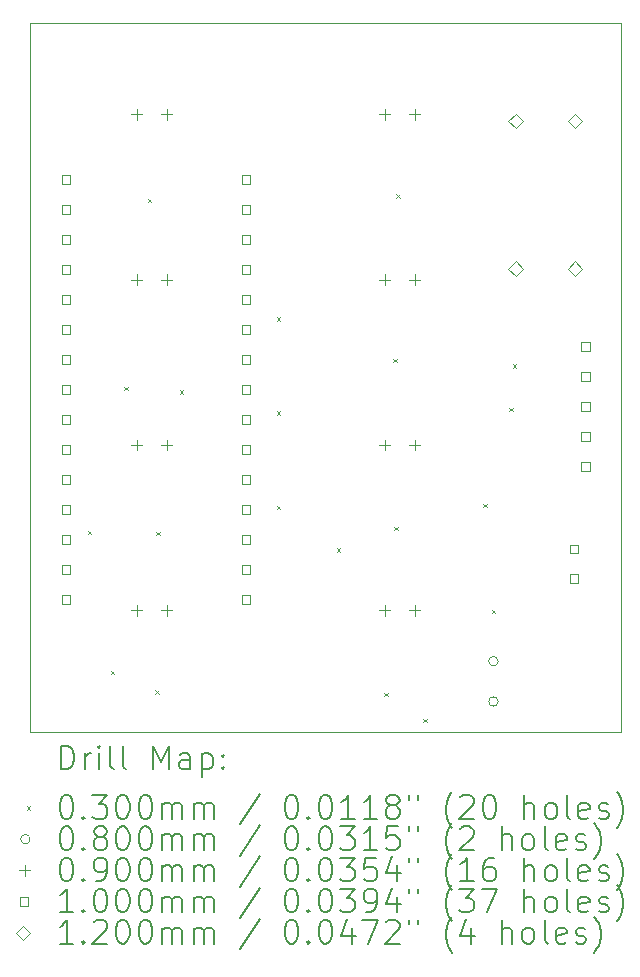
<source format=gbr>
%TF.GenerationSoftware,KiCad,Pcbnew,8.0.5*%
%TF.CreationDate,2025-02-13T10:20:45+08:00*%
%TF.ProjectId,arduino_solar_bikelight_1,61726475-696e-46f5-9f73-6f6c61725f62,rev?*%
%TF.SameCoordinates,Original*%
%TF.FileFunction,Drillmap*%
%TF.FilePolarity,Positive*%
%FSLAX45Y45*%
G04 Gerber Fmt 4.5, Leading zero omitted, Abs format (unit mm)*
G04 Created by KiCad (PCBNEW 8.0.5) date 2025-02-13 10:20:45*
%MOMM*%
%LPD*%
G01*
G04 APERTURE LIST*
%ADD10C,0.050000*%
%ADD11C,0.200000*%
%ADD12C,0.100000*%
%ADD13C,0.120000*%
G04 APERTURE END LIST*
D10*
X14144500Y-5839500D02*
X19144500Y-5839500D01*
X19144500Y-11839500D01*
X14144500Y-11839500D01*
X14144500Y-5839500D01*
D11*
D12*
X14629250Y-10134750D02*
X14659250Y-10164750D01*
X14659250Y-10134750D02*
X14629250Y-10164750D01*
X14824500Y-11319500D02*
X14854500Y-11349500D01*
X14854500Y-11319500D02*
X14824500Y-11349500D01*
X14939500Y-8914500D02*
X14969500Y-8944500D01*
X14969500Y-8914500D02*
X14939500Y-8944500D01*
X15139500Y-7324500D02*
X15169500Y-7354500D01*
X15169500Y-7324500D02*
X15139500Y-7354500D01*
X15199500Y-11484500D02*
X15229500Y-11514500D01*
X15229500Y-11484500D02*
X15199500Y-11514500D01*
X15209500Y-10144500D02*
X15239500Y-10174500D01*
X15239500Y-10144500D02*
X15209500Y-10174500D01*
X15409500Y-8944500D02*
X15439500Y-8974500D01*
X15439500Y-8944500D02*
X15409500Y-8974500D01*
X16229500Y-8324500D02*
X16259500Y-8354500D01*
X16259500Y-8324500D02*
X16229500Y-8354500D01*
X16229500Y-9124500D02*
X16259500Y-9154500D01*
X16259500Y-9124500D02*
X16229500Y-9154500D01*
X16229500Y-9924500D02*
X16259500Y-9954500D01*
X16259500Y-9924500D02*
X16229500Y-9954500D01*
X16739500Y-10284500D02*
X16769500Y-10314500D01*
X16769500Y-10284500D02*
X16739500Y-10314500D01*
X17139500Y-11504500D02*
X17169500Y-11534500D01*
X17169500Y-11504500D02*
X17139500Y-11534500D01*
X17214500Y-8679500D02*
X17244500Y-8709500D01*
X17244500Y-8679500D02*
X17214500Y-8709500D01*
X17224500Y-10099500D02*
X17254500Y-10129500D01*
X17254500Y-10099500D02*
X17224500Y-10129500D01*
X17239500Y-7284500D02*
X17269500Y-7314500D01*
X17269500Y-7284500D02*
X17239500Y-7314500D01*
X17469500Y-11724500D02*
X17499500Y-11754500D01*
X17499500Y-11724500D02*
X17469500Y-11754500D01*
X17979500Y-9904500D02*
X18009500Y-9934500D01*
X18009500Y-9904500D02*
X17979500Y-9934500D01*
X18049500Y-10804500D02*
X18079500Y-10834500D01*
X18079500Y-10804500D02*
X18049500Y-10834500D01*
X18199500Y-9094500D02*
X18229500Y-9124500D01*
X18229500Y-9094500D02*
X18199500Y-9124500D01*
X18229500Y-8724500D02*
X18259500Y-8754500D01*
X18259500Y-8724500D02*
X18229500Y-8754500D01*
X18104500Y-11239500D02*
G75*
G02*
X18024500Y-11239500I-40000J0D01*
G01*
X18024500Y-11239500D02*
G75*
G02*
X18104500Y-11239500I40000J0D01*
G01*
X18104500Y-11579500D02*
G75*
G02*
X18024500Y-11579500I-40000J0D01*
G01*
X18024500Y-11579500D02*
G75*
G02*
X18104500Y-11579500I40000J0D01*
G01*
X15044500Y-6564500D02*
X15044500Y-6654500D01*
X14999500Y-6609500D02*
X15089500Y-6609500D01*
X15044500Y-7964500D02*
X15044500Y-8054500D01*
X14999500Y-8009500D02*
X15089500Y-8009500D01*
X15044500Y-9364500D02*
X15044500Y-9454500D01*
X14999500Y-9409500D02*
X15089500Y-9409500D01*
X15044500Y-10764500D02*
X15044500Y-10854500D01*
X14999500Y-10809500D02*
X15089500Y-10809500D01*
X15298500Y-6564500D02*
X15298500Y-6654500D01*
X15253500Y-6609500D02*
X15343500Y-6609500D01*
X15298500Y-7964500D02*
X15298500Y-8054500D01*
X15253500Y-8009500D02*
X15343500Y-8009500D01*
X15298500Y-9364500D02*
X15298500Y-9454500D01*
X15253500Y-9409500D02*
X15343500Y-9409500D01*
X15298500Y-10764500D02*
X15298500Y-10854500D01*
X15253500Y-10809500D02*
X15343500Y-10809500D01*
X17144500Y-6564500D02*
X17144500Y-6654500D01*
X17099500Y-6609500D02*
X17189500Y-6609500D01*
X17144500Y-7964500D02*
X17144500Y-8054500D01*
X17099500Y-8009500D02*
X17189500Y-8009500D01*
X17144500Y-9364500D02*
X17144500Y-9454500D01*
X17099500Y-9409500D02*
X17189500Y-9409500D01*
X17144500Y-10764500D02*
X17144500Y-10854500D01*
X17099500Y-10809500D02*
X17189500Y-10809500D01*
X17398500Y-6564500D02*
X17398500Y-6654500D01*
X17353500Y-6609500D02*
X17443500Y-6609500D01*
X17398500Y-7964500D02*
X17398500Y-8054500D01*
X17353500Y-8009500D02*
X17443500Y-8009500D01*
X17398500Y-9364500D02*
X17398500Y-9454500D01*
X17353500Y-9409500D02*
X17443500Y-9409500D01*
X17398500Y-10764500D02*
X17398500Y-10854500D01*
X17353500Y-10809500D02*
X17443500Y-10809500D01*
X14483356Y-7194856D02*
X14483356Y-7124144D01*
X14412644Y-7124144D01*
X14412644Y-7194856D01*
X14483356Y-7194856D01*
X14483356Y-7448856D02*
X14483356Y-7378144D01*
X14412644Y-7378144D01*
X14412644Y-7448856D01*
X14483356Y-7448856D01*
X14483356Y-7702856D02*
X14483356Y-7632144D01*
X14412644Y-7632144D01*
X14412644Y-7702856D01*
X14483356Y-7702856D01*
X14483356Y-7956856D02*
X14483356Y-7886144D01*
X14412644Y-7886144D01*
X14412644Y-7956856D01*
X14483356Y-7956856D01*
X14483356Y-8210856D02*
X14483356Y-8140144D01*
X14412644Y-8140144D01*
X14412644Y-8210856D01*
X14483356Y-8210856D01*
X14483356Y-8464856D02*
X14483356Y-8394144D01*
X14412644Y-8394144D01*
X14412644Y-8464856D01*
X14483356Y-8464856D01*
X14483356Y-8718856D02*
X14483356Y-8648144D01*
X14412644Y-8648144D01*
X14412644Y-8718856D01*
X14483356Y-8718856D01*
X14483356Y-8972856D02*
X14483356Y-8902144D01*
X14412644Y-8902144D01*
X14412644Y-8972856D01*
X14483356Y-8972856D01*
X14483356Y-9226856D02*
X14483356Y-9156144D01*
X14412644Y-9156144D01*
X14412644Y-9226856D01*
X14483356Y-9226856D01*
X14483356Y-9480856D02*
X14483356Y-9410144D01*
X14412644Y-9410144D01*
X14412644Y-9480856D01*
X14483356Y-9480856D01*
X14483356Y-9734856D02*
X14483356Y-9664144D01*
X14412644Y-9664144D01*
X14412644Y-9734856D01*
X14483356Y-9734856D01*
X14483356Y-9988856D02*
X14483356Y-9918144D01*
X14412644Y-9918144D01*
X14412644Y-9988856D01*
X14483356Y-9988856D01*
X14483356Y-10242856D02*
X14483356Y-10172144D01*
X14412644Y-10172144D01*
X14412644Y-10242856D01*
X14483356Y-10242856D01*
X14483356Y-10496856D02*
X14483356Y-10426144D01*
X14412644Y-10426144D01*
X14412644Y-10496856D01*
X14483356Y-10496856D01*
X14483356Y-10750856D02*
X14483356Y-10680144D01*
X14412644Y-10680144D01*
X14412644Y-10750856D01*
X14483356Y-10750856D01*
X16007356Y-7194856D02*
X16007356Y-7124144D01*
X15936644Y-7124144D01*
X15936644Y-7194856D01*
X16007356Y-7194856D01*
X16007356Y-7448856D02*
X16007356Y-7378144D01*
X15936644Y-7378144D01*
X15936644Y-7448856D01*
X16007356Y-7448856D01*
X16007356Y-7702856D02*
X16007356Y-7632144D01*
X15936644Y-7632144D01*
X15936644Y-7702856D01*
X16007356Y-7702856D01*
X16007356Y-7956856D02*
X16007356Y-7886144D01*
X15936644Y-7886144D01*
X15936644Y-7956856D01*
X16007356Y-7956856D01*
X16007356Y-8210856D02*
X16007356Y-8140144D01*
X15936644Y-8140144D01*
X15936644Y-8210856D01*
X16007356Y-8210856D01*
X16007356Y-8464856D02*
X16007356Y-8394144D01*
X15936644Y-8394144D01*
X15936644Y-8464856D01*
X16007356Y-8464856D01*
X16007356Y-8718856D02*
X16007356Y-8648144D01*
X15936644Y-8648144D01*
X15936644Y-8718856D01*
X16007356Y-8718856D01*
X16007356Y-8972856D02*
X16007356Y-8902144D01*
X15936644Y-8902144D01*
X15936644Y-8972856D01*
X16007356Y-8972856D01*
X16007356Y-9226856D02*
X16007356Y-9156144D01*
X15936644Y-9156144D01*
X15936644Y-9226856D01*
X16007356Y-9226856D01*
X16007356Y-9480856D02*
X16007356Y-9410144D01*
X15936644Y-9410144D01*
X15936644Y-9480856D01*
X16007356Y-9480856D01*
X16007356Y-9734856D02*
X16007356Y-9664144D01*
X15936644Y-9664144D01*
X15936644Y-9734856D01*
X16007356Y-9734856D01*
X16007356Y-9988856D02*
X16007356Y-9918144D01*
X15936644Y-9918144D01*
X15936644Y-9988856D01*
X16007356Y-9988856D01*
X16007356Y-10242856D02*
X16007356Y-10172144D01*
X15936644Y-10172144D01*
X15936644Y-10242856D01*
X16007356Y-10242856D01*
X16007356Y-10496856D02*
X16007356Y-10426144D01*
X15936644Y-10426144D01*
X15936644Y-10496856D01*
X16007356Y-10496856D01*
X16007356Y-10750856D02*
X16007356Y-10680144D01*
X15936644Y-10680144D01*
X15936644Y-10750856D01*
X16007356Y-10750856D01*
X18779856Y-10324856D02*
X18779856Y-10254144D01*
X18709144Y-10254144D01*
X18709144Y-10324856D01*
X18779856Y-10324856D01*
X18779856Y-10574856D02*
X18779856Y-10504144D01*
X18709144Y-10504144D01*
X18709144Y-10574856D01*
X18779856Y-10574856D01*
X18879856Y-8608856D02*
X18879856Y-8538144D01*
X18809144Y-8538144D01*
X18809144Y-8608856D01*
X18879856Y-8608856D01*
X18879856Y-8862856D02*
X18879856Y-8792144D01*
X18809144Y-8792144D01*
X18809144Y-8862856D01*
X18879856Y-8862856D01*
X18879856Y-9116856D02*
X18879856Y-9046144D01*
X18809144Y-9046144D01*
X18809144Y-9116856D01*
X18879856Y-9116856D01*
X18879856Y-9370856D02*
X18879856Y-9300144D01*
X18809144Y-9300144D01*
X18809144Y-9370856D01*
X18879856Y-9370856D01*
X18879856Y-9624856D02*
X18879856Y-9554144D01*
X18809144Y-9554144D01*
X18809144Y-9624856D01*
X18879856Y-9624856D01*
D13*
X18252000Y-6724500D02*
X18312000Y-6664500D01*
X18252000Y-6604500D01*
X18192000Y-6664500D01*
X18252000Y-6724500D01*
X18252000Y-7974500D02*
X18312000Y-7914500D01*
X18252000Y-7854500D01*
X18192000Y-7914500D01*
X18252000Y-7974500D01*
X18752000Y-6724500D02*
X18812000Y-6664500D01*
X18752000Y-6604500D01*
X18692000Y-6664500D01*
X18752000Y-6724500D01*
X18752000Y-7974500D02*
X18812000Y-7914500D01*
X18752000Y-7854500D01*
X18692000Y-7914500D01*
X18752000Y-7974500D01*
D11*
X14402777Y-12153484D02*
X14402777Y-11953484D01*
X14402777Y-11953484D02*
X14450396Y-11953484D01*
X14450396Y-11953484D02*
X14478967Y-11963008D01*
X14478967Y-11963008D02*
X14498015Y-11982055D01*
X14498015Y-11982055D02*
X14507539Y-12001103D01*
X14507539Y-12001103D02*
X14517062Y-12039198D01*
X14517062Y-12039198D02*
X14517062Y-12067769D01*
X14517062Y-12067769D02*
X14507539Y-12105865D01*
X14507539Y-12105865D02*
X14498015Y-12124912D01*
X14498015Y-12124912D02*
X14478967Y-12143960D01*
X14478967Y-12143960D02*
X14450396Y-12153484D01*
X14450396Y-12153484D02*
X14402777Y-12153484D01*
X14602777Y-12153484D02*
X14602777Y-12020150D01*
X14602777Y-12058246D02*
X14612301Y-12039198D01*
X14612301Y-12039198D02*
X14621824Y-12029674D01*
X14621824Y-12029674D02*
X14640872Y-12020150D01*
X14640872Y-12020150D02*
X14659920Y-12020150D01*
X14726586Y-12153484D02*
X14726586Y-12020150D01*
X14726586Y-11953484D02*
X14717062Y-11963008D01*
X14717062Y-11963008D02*
X14726586Y-11972531D01*
X14726586Y-11972531D02*
X14736110Y-11963008D01*
X14736110Y-11963008D02*
X14726586Y-11953484D01*
X14726586Y-11953484D02*
X14726586Y-11972531D01*
X14850396Y-12153484D02*
X14831348Y-12143960D01*
X14831348Y-12143960D02*
X14821824Y-12124912D01*
X14821824Y-12124912D02*
X14821824Y-11953484D01*
X14955158Y-12153484D02*
X14936110Y-12143960D01*
X14936110Y-12143960D02*
X14926586Y-12124912D01*
X14926586Y-12124912D02*
X14926586Y-11953484D01*
X15183729Y-12153484D02*
X15183729Y-11953484D01*
X15183729Y-11953484D02*
X15250396Y-12096341D01*
X15250396Y-12096341D02*
X15317062Y-11953484D01*
X15317062Y-11953484D02*
X15317062Y-12153484D01*
X15498015Y-12153484D02*
X15498015Y-12048722D01*
X15498015Y-12048722D02*
X15488491Y-12029674D01*
X15488491Y-12029674D02*
X15469443Y-12020150D01*
X15469443Y-12020150D02*
X15431348Y-12020150D01*
X15431348Y-12020150D02*
X15412301Y-12029674D01*
X15498015Y-12143960D02*
X15478967Y-12153484D01*
X15478967Y-12153484D02*
X15431348Y-12153484D01*
X15431348Y-12153484D02*
X15412301Y-12143960D01*
X15412301Y-12143960D02*
X15402777Y-12124912D01*
X15402777Y-12124912D02*
X15402777Y-12105865D01*
X15402777Y-12105865D02*
X15412301Y-12086817D01*
X15412301Y-12086817D02*
X15431348Y-12077293D01*
X15431348Y-12077293D02*
X15478967Y-12077293D01*
X15478967Y-12077293D02*
X15498015Y-12067769D01*
X15593253Y-12020150D02*
X15593253Y-12220150D01*
X15593253Y-12029674D02*
X15612301Y-12020150D01*
X15612301Y-12020150D02*
X15650396Y-12020150D01*
X15650396Y-12020150D02*
X15669443Y-12029674D01*
X15669443Y-12029674D02*
X15678967Y-12039198D01*
X15678967Y-12039198D02*
X15688491Y-12058246D01*
X15688491Y-12058246D02*
X15688491Y-12115388D01*
X15688491Y-12115388D02*
X15678967Y-12134436D01*
X15678967Y-12134436D02*
X15669443Y-12143960D01*
X15669443Y-12143960D02*
X15650396Y-12153484D01*
X15650396Y-12153484D02*
X15612301Y-12153484D01*
X15612301Y-12153484D02*
X15593253Y-12143960D01*
X15774205Y-12134436D02*
X15783729Y-12143960D01*
X15783729Y-12143960D02*
X15774205Y-12153484D01*
X15774205Y-12153484D02*
X15764682Y-12143960D01*
X15764682Y-12143960D02*
X15774205Y-12134436D01*
X15774205Y-12134436D02*
X15774205Y-12153484D01*
X15774205Y-12029674D02*
X15783729Y-12039198D01*
X15783729Y-12039198D02*
X15774205Y-12048722D01*
X15774205Y-12048722D02*
X15764682Y-12039198D01*
X15764682Y-12039198D02*
X15774205Y-12029674D01*
X15774205Y-12029674D02*
X15774205Y-12048722D01*
D12*
X14112000Y-12467000D02*
X14142000Y-12497000D01*
X14142000Y-12467000D02*
X14112000Y-12497000D01*
D11*
X14440872Y-12373484D02*
X14459920Y-12373484D01*
X14459920Y-12373484D02*
X14478967Y-12383008D01*
X14478967Y-12383008D02*
X14488491Y-12392531D01*
X14488491Y-12392531D02*
X14498015Y-12411579D01*
X14498015Y-12411579D02*
X14507539Y-12449674D01*
X14507539Y-12449674D02*
X14507539Y-12497293D01*
X14507539Y-12497293D02*
X14498015Y-12535388D01*
X14498015Y-12535388D02*
X14488491Y-12554436D01*
X14488491Y-12554436D02*
X14478967Y-12563960D01*
X14478967Y-12563960D02*
X14459920Y-12573484D01*
X14459920Y-12573484D02*
X14440872Y-12573484D01*
X14440872Y-12573484D02*
X14421824Y-12563960D01*
X14421824Y-12563960D02*
X14412301Y-12554436D01*
X14412301Y-12554436D02*
X14402777Y-12535388D01*
X14402777Y-12535388D02*
X14393253Y-12497293D01*
X14393253Y-12497293D02*
X14393253Y-12449674D01*
X14393253Y-12449674D02*
X14402777Y-12411579D01*
X14402777Y-12411579D02*
X14412301Y-12392531D01*
X14412301Y-12392531D02*
X14421824Y-12383008D01*
X14421824Y-12383008D02*
X14440872Y-12373484D01*
X14593253Y-12554436D02*
X14602777Y-12563960D01*
X14602777Y-12563960D02*
X14593253Y-12573484D01*
X14593253Y-12573484D02*
X14583729Y-12563960D01*
X14583729Y-12563960D02*
X14593253Y-12554436D01*
X14593253Y-12554436D02*
X14593253Y-12573484D01*
X14669443Y-12373484D02*
X14793253Y-12373484D01*
X14793253Y-12373484D02*
X14726586Y-12449674D01*
X14726586Y-12449674D02*
X14755158Y-12449674D01*
X14755158Y-12449674D02*
X14774205Y-12459198D01*
X14774205Y-12459198D02*
X14783729Y-12468722D01*
X14783729Y-12468722D02*
X14793253Y-12487769D01*
X14793253Y-12487769D02*
X14793253Y-12535388D01*
X14793253Y-12535388D02*
X14783729Y-12554436D01*
X14783729Y-12554436D02*
X14774205Y-12563960D01*
X14774205Y-12563960D02*
X14755158Y-12573484D01*
X14755158Y-12573484D02*
X14698015Y-12573484D01*
X14698015Y-12573484D02*
X14678967Y-12563960D01*
X14678967Y-12563960D02*
X14669443Y-12554436D01*
X14917062Y-12373484D02*
X14936110Y-12373484D01*
X14936110Y-12373484D02*
X14955158Y-12383008D01*
X14955158Y-12383008D02*
X14964682Y-12392531D01*
X14964682Y-12392531D02*
X14974205Y-12411579D01*
X14974205Y-12411579D02*
X14983729Y-12449674D01*
X14983729Y-12449674D02*
X14983729Y-12497293D01*
X14983729Y-12497293D02*
X14974205Y-12535388D01*
X14974205Y-12535388D02*
X14964682Y-12554436D01*
X14964682Y-12554436D02*
X14955158Y-12563960D01*
X14955158Y-12563960D02*
X14936110Y-12573484D01*
X14936110Y-12573484D02*
X14917062Y-12573484D01*
X14917062Y-12573484D02*
X14898015Y-12563960D01*
X14898015Y-12563960D02*
X14888491Y-12554436D01*
X14888491Y-12554436D02*
X14878967Y-12535388D01*
X14878967Y-12535388D02*
X14869443Y-12497293D01*
X14869443Y-12497293D02*
X14869443Y-12449674D01*
X14869443Y-12449674D02*
X14878967Y-12411579D01*
X14878967Y-12411579D02*
X14888491Y-12392531D01*
X14888491Y-12392531D02*
X14898015Y-12383008D01*
X14898015Y-12383008D02*
X14917062Y-12373484D01*
X15107539Y-12373484D02*
X15126586Y-12373484D01*
X15126586Y-12373484D02*
X15145634Y-12383008D01*
X15145634Y-12383008D02*
X15155158Y-12392531D01*
X15155158Y-12392531D02*
X15164682Y-12411579D01*
X15164682Y-12411579D02*
X15174205Y-12449674D01*
X15174205Y-12449674D02*
X15174205Y-12497293D01*
X15174205Y-12497293D02*
X15164682Y-12535388D01*
X15164682Y-12535388D02*
X15155158Y-12554436D01*
X15155158Y-12554436D02*
X15145634Y-12563960D01*
X15145634Y-12563960D02*
X15126586Y-12573484D01*
X15126586Y-12573484D02*
X15107539Y-12573484D01*
X15107539Y-12573484D02*
X15088491Y-12563960D01*
X15088491Y-12563960D02*
X15078967Y-12554436D01*
X15078967Y-12554436D02*
X15069443Y-12535388D01*
X15069443Y-12535388D02*
X15059920Y-12497293D01*
X15059920Y-12497293D02*
X15059920Y-12449674D01*
X15059920Y-12449674D02*
X15069443Y-12411579D01*
X15069443Y-12411579D02*
X15078967Y-12392531D01*
X15078967Y-12392531D02*
X15088491Y-12383008D01*
X15088491Y-12383008D02*
X15107539Y-12373484D01*
X15259920Y-12573484D02*
X15259920Y-12440150D01*
X15259920Y-12459198D02*
X15269443Y-12449674D01*
X15269443Y-12449674D02*
X15288491Y-12440150D01*
X15288491Y-12440150D02*
X15317063Y-12440150D01*
X15317063Y-12440150D02*
X15336110Y-12449674D01*
X15336110Y-12449674D02*
X15345634Y-12468722D01*
X15345634Y-12468722D02*
X15345634Y-12573484D01*
X15345634Y-12468722D02*
X15355158Y-12449674D01*
X15355158Y-12449674D02*
X15374205Y-12440150D01*
X15374205Y-12440150D02*
X15402777Y-12440150D01*
X15402777Y-12440150D02*
X15421824Y-12449674D01*
X15421824Y-12449674D02*
X15431348Y-12468722D01*
X15431348Y-12468722D02*
X15431348Y-12573484D01*
X15526586Y-12573484D02*
X15526586Y-12440150D01*
X15526586Y-12459198D02*
X15536110Y-12449674D01*
X15536110Y-12449674D02*
X15555158Y-12440150D01*
X15555158Y-12440150D02*
X15583729Y-12440150D01*
X15583729Y-12440150D02*
X15602777Y-12449674D01*
X15602777Y-12449674D02*
X15612301Y-12468722D01*
X15612301Y-12468722D02*
X15612301Y-12573484D01*
X15612301Y-12468722D02*
X15621824Y-12449674D01*
X15621824Y-12449674D02*
X15640872Y-12440150D01*
X15640872Y-12440150D02*
X15669443Y-12440150D01*
X15669443Y-12440150D02*
X15688491Y-12449674D01*
X15688491Y-12449674D02*
X15698015Y-12468722D01*
X15698015Y-12468722D02*
X15698015Y-12573484D01*
X16088491Y-12363960D02*
X15917063Y-12621103D01*
X16345634Y-12373484D02*
X16364682Y-12373484D01*
X16364682Y-12373484D02*
X16383729Y-12383008D01*
X16383729Y-12383008D02*
X16393253Y-12392531D01*
X16393253Y-12392531D02*
X16402777Y-12411579D01*
X16402777Y-12411579D02*
X16412301Y-12449674D01*
X16412301Y-12449674D02*
X16412301Y-12497293D01*
X16412301Y-12497293D02*
X16402777Y-12535388D01*
X16402777Y-12535388D02*
X16393253Y-12554436D01*
X16393253Y-12554436D02*
X16383729Y-12563960D01*
X16383729Y-12563960D02*
X16364682Y-12573484D01*
X16364682Y-12573484D02*
X16345634Y-12573484D01*
X16345634Y-12573484D02*
X16326586Y-12563960D01*
X16326586Y-12563960D02*
X16317063Y-12554436D01*
X16317063Y-12554436D02*
X16307539Y-12535388D01*
X16307539Y-12535388D02*
X16298015Y-12497293D01*
X16298015Y-12497293D02*
X16298015Y-12449674D01*
X16298015Y-12449674D02*
X16307539Y-12411579D01*
X16307539Y-12411579D02*
X16317063Y-12392531D01*
X16317063Y-12392531D02*
X16326586Y-12383008D01*
X16326586Y-12383008D02*
X16345634Y-12373484D01*
X16498015Y-12554436D02*
X16507539Y-12563960D01*
X16507539Y-12563960D02*
X16498015Y-12573484D01*
X16498015Y-12573484D02*
X16488491Y-12563960D01*
X16488491Y-12563960D02*
X16498015Y-12554436D01*
X16498015Y-12554436D02*
X16498015Y-12573484D01*
X16631348Y-12373484D02*
X16650396Y-12373484D01*
X16650396Y-12373484D02*
X16669444Y-12383008D01*
X16669444Y-12383008D02*
X16678967Y-12392531D01*
X16678967Y-12392531D02*
X16688491Y-12411579D01*
X16688491Y-12411579D02*
X16698015Y-12449674D01*
X16698015Y-12449674D02*
X16698015Y-12497293D01*
X16698015Y-12497293D02*
X16688491Y-12535388D01*
X16688491Y-12535388D02*
X16678967Y-12554436D01*
X16678967Y-12554436D02*
X16669444Y-12563960D01*
X16669444Y-12563960D02*
X16650396Y-12573484D01*
X16650396Y-12573484D02*
X16631348Y-12573484D01*
X16631348Y-12573484D02*
X16612301Y-12563960D01*
X16612301Y-12563960D02*
X16602777Y-12554436D01*
X16602777Y-12554436D02*
X16593253Y-12535388D01*
X16593253Y-12535388D02*
X16583729Y-12497293D01*
X16583729Y-12497293D02*
X16583729Y-12449674D01*
X16583729Y-12449674D02*
X16593253Y-12411579D01*
X16593253Y-12411579D02*
X16602777Y-12392531D01*
X16602777Y-12392531D02*
X16612301Y-12383008D01*
X16612301Y-12383008D02*
X16631348Y-12373484D01*
X16888491Y-12573484D02*
X16774206Y-12573484D01*
X16831348Y-12573484D02*
X16831348Y-12373484D01*
X16831348Y-12373484D02*
X16812301Y-12402055D01*
X16812301Y-12402055D02*
X16793253Y-12421103D01*
X16793253Y-12421103D02*
X16774206Y-12430627D01*
X17078968Y-12573484D02*
X16964682Y-12573484D01*
X17021825Y-12573484D02*
X17021825Y-12373484D01*
X17021825Y-12373484D02*
X17002777Y-12402055D01*
X17002777Y-12402055D02*
X16983729Y-12421103D01*
X16983729Y-12421103D02*
X16964682Y-12430627D01*
X17193253Y-12459198D02*
X17174206Y-12449674D01*
X17174206Y-12449674D02*
X17164682Y-12440150D01*
X17164682Y-12440150D02*
X17155158Y-12421103D01*
X17155158Y-12421103D02*
X17155158Y-12411579D01*
X17155158Y-12411579D02*
X17164682Y-12392531D01*
X17164682Y-12392531D02*
X17174206Y-12383008D01*
X17174206Y-12383008D02*
X17193253Y-12373484D01*
X17193253Y-12373484D02*
X17231349Y-12373484D01*
X17231349Y-12373484D02*
X17250396Y-12383008D01*
X17250396Y-12383008D02*
X17259920Y-12392531D01*
X17259920Y-12392531D02*
X17269444Y-12411579D01*
X17269444Y-12411579D02*
X17269444Y-12421103D01*
X17269444Y-12421103D02*
X17259920Y-12440150D01*
X17259920Y-12440150D02*
X17250396Y-12449674D01*
X17250396Y-12449674D02*
X17231349Y-12459198D01*
X17231349Y-12459198D02*
X17193253Y-12459198D01*
X17193253Y-12459198D02*
X17174206Y-12468722D01*
X17174206Y-12468722D02*
X17164682Y-12478246D01*
X17164682Y-12478246D02*
X17155158Y-12497293D01*
X17155158Y-12497293D02*
X17155158Y-12535388D01*
X17155158Y-12535388D02*
X17164682Y-12554436D01*
X17164682Y-12554436D02*
X17174206Y-12563960D01*
X17174206Y-12563960D02*
X17193253Y-12573484D01*
X17193253Y-12573484D02*
X17231349Y-12573484D01*
X17231349Y-12573484D02*
X17250396Y-12563960D01*
X17250396Y-12563960D02*
X17259920Y-12554436D01*
X17259920Y-12554436D02*
X17269444Y-12535388D01*
X17269444Y-12535388D02*
X17269444Y-12497293D01*
X17269444Y-12497293D02*
X17259920Y-12478246D01*
X17259920Y-12478246D02*
X17250396Y-12468722D01*
X17250396Y-12468722D02*
X17231349Y-12459198D01*
X17345634Y-12373484D02*
X17345634Y-12411579D01*
X17421825Y-12373484D02*
X17421825Y-12411579D01*
X17717063Y-12649674D02*
X17707539Y-12640150D01*
X17707539Y-12640150D02*
X17688491Y-12611579D01*
X17688491Y-12611579D02*
X17678968Y-12592531D01*
X17678968Y-12592531D02*
X17669444Y-12563960D01*
X17669444Y-12563960D02*
X17659920Y-12516341D01*
X17659920Y-12516341D02*
X17659920Y-12478246D01*
X17659920Y-12478246D02*
X17669444Y-12430627D01*
X17669444Y-12430627D02*
X17678968Y-12402055D01*
X17678968Y-12402055D02*
X17688491Y-12383008D01*
X17688491Y-12383008D02*
X17707539Y-12354436D01*
X17707539Y-12354436D02*
X17717063Y-12344912D01*
X17783730Y-12392531D02*
X17793253Y-12383008D01*
X17793253Y-12383008D02*
X17812301Y-12373484D01*
X17812301Y-12373484D02*
X17859920Y-12373484D01*
X17859920Y-12373484D02*
X17878968Y-12383008D01*
X17878968Y-12383008D02*
X17888491Y-12392531D01*
X17888491Y-12392531D02*
X17898015Y-12411579D01*
X17898015Y-12411579D02*
X17898015Y-12430627D01*
X17898015Y-12430627D02*
X17888491Y-12459198D01*
X17888491Y-12459198D02*
X17774206Y-12573484D01*
X17774206Y-12573484D02*
X17898015Y-12573484D01*
X18021825Y-12373484D02*
X18040872Y-12373484D01*
X18040872Y-12373484D02*
X18059920Y-12383008D01*
X18059920Y-12383008D02*
X18069444Y-12392531D01*
X18069444Y-12392531D02*
X18078968Y-12411579D01*
X18078968Y-12411579D02*
X18088491Y-12449674D01*
X18088491Y-12449674D02*
X18088491Y-12497293D01*
X18088491Y-12497293D02*
X18078968Y-12535388D01*
X18078968Y-12535388D02*
X18069444Y-12554436D01*
X18069444Y-12554436D02*
X18059920Y-12563960D01*
X18059920Y-12563960D02*
X18040872Y-12573484D01*
X18040872Y-12573484D02*
X18021825Y-12573484D01*
X18021825Y-12573484D02*
X18002777Y-12563960D01*
X18002777Y-12563960D02*
X17993253Y-12554436D01*
X17993253Y-12554436D02*
X17983730Y-12535388D01*
X17983730Y-12535388D02*
X17974206Y-12497293D01*
X17974206Y-12497293D02*
X17974206Y-12449674D01*
X17974206Y-12449674D02*
X17983730Y-12411579D01*
X17983730Y-12411579D02*
X17993253Y-12392531D01*
X17993253Y-12392531D02*
X18002777Y-12383008D01*
X18002777Y-12383008D02*
X18021825Y-12373484D01*
X18326587Y-12573484D02*
X18326587Y-12373484D01*
X18412301Y-12573484D02*
X18412301Y-12468722D01*
X18412301Y-12468722D02*
X18402777Y-12449674D01*
X18402777Y-12449674D02*
X18383730Y-12440150D01*
X18383730Y-12440150D02*
X18355158Y-12440150D01*
X18355158Y-12440150D02*
X18336111Y-12449674D01*
X18336111Y-12449674D02*
X18326587Y-12459198D01*
X18536111Y-12573484D02*
X18517063Y-12563960D01*
X18517063Y-12563960D02*
X18507539Y-12554436D01*
X18507539Y-12554436D02*
X18498015Y-12535388D01*
X18498015Y-12535388D02*
X18498015Y-12478246D01*
X18498015Y-12478246D02*
X18507539Y-12459198D01*
X18507539Y-12459198D02*
X18517063Y-12449674D01*
X18517063Y-12449674D02*
X18536111Y-12440150D01*
X18536111Y-12440150D02*
X18564682Y-12440150D01*
X18564682Y-12440150D02*
X18583730Y-12449674D01*
X18583730Y-12449674D02*
X18593253Y-12459198D01*
X18593253Y-12459198D02*
X18602777Y-12478246D01*
X18602777Y-12478246D02*
X18602777Y-12535388D01*
X18602777Y-12535388D02*
X18593253Y-12554436D01*
X18593253Y-12554436D02*
X18583730Y-12563960D01*
X18583730Y-12563960D02*
X18564682Y-12573484D01*
X18564682Y-12573484D02*
X18536111Y-12573484D01*
X18717063Y-12573484D02*
X18698015Y-12563960D01*
X18698015Y-12563960D02*
X18688492Y-12544912D01*
X18688492Y-12544912D02*
X18688492Y-12373484D01*
X18869444Y-12563960D02*
X18850396Y-12573484D01*
X18850396Y-12573484D02*
X18812301Y-12573484D01*
X18812301Y-12573484D02*
X18793253Y-12563960D01*
X18793253Y-12563960D02*
X18783730Y-12544912D01*
X18783730Y-12544912D02*
X18783730Y-12468722D01*
X18783730Y-12468722D02*
X18793253Y-12449674D01*
X18793253Y-12449674D02*
X18812301Y-12440150D01*
X18812301Y-12440150D02*
X18850396Y-12440150D01*
X18850396Y-12440150D02*
X18869444Y-12449674D01*
X18869444Y-12449674D02*
X18878968Y-12468722D01*
X18878968Y-12468722D02*
X18878968Y-12487769D01*
X18878968Y-12487769D02*
X18783730Y-12506817D01*
X18955158Y-12563960D02*
X18974206Y-12573484D01*
X18974206Y-12573484D02*
X19012301Y-12573484D01*
X19012301Y-12573484D02*
X19031349Y-12563960D01*
X19031349Y-12563960D02*
X19040873Y-12544912D01*
X19040873Y-12544912D02*
X19040873Y-12535388D01*
X19040873Y-12535388D02*
X19031349Y-12516341D01*
X19031349Y-12516341D02*
X19012301Y-12506817D01*
X19012301Y-12506817D02*
X18983730Y-12506817D01*
X18983730Y-12506817D02*
X18964682Y-12497293D01*
X18964682Y-12497293D02*
X18955158Y-12478246D01*
X18955158Y-12478246D02*
X18955158Y-12468722D01*
X18955158Y-12468722D02*
X18964682Y-12449674D01*
X18964682Y-12449674D02*
X18983730Y-12440150D01*
X18983730Y-12440150D02*
X19012301Y-12440150D01*
X19012301Y-12440150D02*
X19031349Y-12449674D01*
X19107539Y-12649674D02*
X19117063Y-12640150D01*
X19117063Y-12640150D02*
X19136111Y-12611579D01*
X19136111Y-12611579D02*
X19145634Y-12592531D01*
X19145634Y-12592531D02*
X19155158Y-12563960D01*
X19155158Y-12563960D02*
X19164682Y-12516341D01*
X19164682Y-12516341D02*
X19164682Y-12478246D01*
X19164682Y-12478246D02*
X19155158Y-12430627D01*
X19155158Y-12430627D02*
X19145634Y-12402055D01*
X19145634Y-12402055D02*
X19136111Y-12383008D01*
X19136111Y-12383008D02*
X19117063Y-12354436D01*
X19117063Y-12354436D02*
X19107539Y-12344912D01*
D12*
X14142000Y-12746000D02*
G75*
G02*
X14062000Y-12746000I-40000J0D01*
G01*
X14062000Y-12746000D02*
G75*
G02*
X14142000Y-12746000I40000J0D01*
G01*
D11*
X14440872Y-12637484D02*
X14459920Y-12637484D01*
X14459920Y-12637484D02*
X14478967Y-12647008D01*
X14478967Y-12647008D02*
X14488491Y-12656531D01*
X14488491Y-12656531D02*
X14498015Y-12675579D01*
X14498015Y-12675579D02*
X14507539Y-12713674D01*
X14507539Y-12713674D02*
X14507539Y-12761293D01*
X14507539Y-12761293D02*
X14498015Y-12799388D01*
X14498015Y-12799388D02*
X14488491Y-12818436D01*
X14488491Y-12818436D02*
X14478967Y-12827960D01*
X14478967Y-12827960D02*
X14459920Y-12837484D01*
X14459920Y-12837484D02*
X14440872Y-12837484D01*
X14440872Y-12837484D02*
X14421824Y-12827960D01*
X14421824Y-12827960D02*
X14412301Y-12818436D01*
X14412301Y-12818436D02*
X14402777Y-12799388D01*
X14402777Y-12799388D02*
X14393253Y-12761293D01*
X14393253Y-12761293D02*
X14393253Y-12713674D01*
X14393253Y-12713674D02*
X14402777Y-12675579D01*
X14402777Y-12675579D02*
X14412301Y-12656531D01*
X14412301Y-12656531D02*
X14421824Y-12647008D01*
X14421824Y-12647008D02*
X14440872Y-12637484D01*
X14593253Y-12818436D02*
X14602777Y-12827960D01*
X14602777Y-12827960D02*
X14593253Y-12837484D01*
X14593253Y-12837484D02*
X14583729Y-12827960D01*
X14583729Y-12827960D02*
X14593253Y-12818436D01*
X14593253Y-12818436D02*
X14593253Y-12837484D01*
X14717062Y-12723198D02*
X14698015Y-12713674D01*
X14698015Y-12713674D02*
X14688491Y-12704150D01*
X14688491Y-12704150D02*
X14678967Y-12685103D01*
X14678967Y-12685103D02*
X14678967Y-12675579D01*
X14678967Y-12675579D02*
X14688491Y-12656531D01*
X14688491Y-12656531D02*
X14698015Y-12647008D01*
X14698015Y-12647008D02*
X14717062Y-12637484D01*
X14717062Y-12637484D02*
X14755158Y-12637484D01*
X14755158Y-12637484D02*
X14774205Y-12647008D01*
X14774205Y-12647008D02*
X14783729Y-12656531D01*
X14783729Y-12656531D02*
X14793253Y-12675579D01*
X14793253Y-12675579D02*
X14793253Y-12685103D01*
X14793253Y-12685103D02*
X14783729Y-12704150D01*
X14783729Y-12704150D02*
X14774205Y-12713674D01*
X14774205Y-12713674D02*
X14755158Y-12723198D01*
X14755158Y-12723198D02*
X14717062Y-12723198D01*
X14717062Y-12723198D02*
X14698015Y-12732722D01*
X14698015Y-12732722D02*
X14688491Y-12742246D01*
X14688491Y-12742246D02*
X14678967Y-12761293D01*
X14678967Y-12761293D02*
X14678967Y-12799388D01*
X14678967Y-12799388D02*
X14688491Y-12818436D01*
X14688491Y-12818436D02*
X14698015Y-12827960D01*
X14698015Y-12827960D02*
X14717062Y-12837484D01*
X14717062Y-12837484D02*
X14755158Y-12837484D01*
X14755158Y-12837484D02*
X14774205Y-12827960D01*
X14774205Y-12827960D02*
X14783729Y-12818436D01*
X14783729Y-12818436D02*
X14793253Y-12799388D01*
X14793253Y-12799388D02*
X14793253Y-12761293D01*
X14793253Y-12761293D02*
X14783729Y-12742246D01*
X14783729Y-12742246D02*
X14774205Y-12732722D01*
X14774205Y-12732722D02*
X14755158Y-12723198D01*
X14917062Y-12637484D02*
X14936110Y-12637484D01*
X14936110Y-12637484D02*
X14955158Y-12647008D01*
X14955158Y-12647008D02*
X14964682Y-12656531D01*
X14964682Y-12656531D02*
X14974205Y-12675579D01*
X14974205Y-12675579D02*
X14983729Y-12713674D01*
X14983729Y-12713674D02*
X14983729Y-12761293D01*
X14983729Y-12761293D02*
X14974205Y-12799388D01*
X14974205Y-12799388D02*
X14964682Y-12818436D01*
X14964682Y-12818436D02*
X14955158Y-12827960D01*
X14955158Y-12827960D02*
X14936110Y-12837484D01*
X14936110Y-12837484D02*
X14917062Y-12837484D01*
X14917062Y-12837484D02*
X14898015Y-12827960D01*
X14898015Y-12827960D02*
X14888491Y-12818436D01*
X14888491Y-12818436D02*
X14878967Y-12799388D01*
X14878967Y-12799388D02*
X14869443Y-12761293D01*
X14869443Y-12761293D02*
X14869443Y-12713674D01*
X14869443Y-12713674D02*
X14878967Y-12675579D01*
X14878967Y-12675579D02*
X14888491Y-12656531D01*
X14888491Y-12656531D02*
X14898015Y-12647008D01*
X14898015Y-12647008D02*
X14917062Y-12637484D01*
X15107539Y-12637484D02*
X15126586Y-12637484D01*
X15126586Y-12637484D02*
X15145634Y-12647008D01*
X15145634Y-12647008D02*
X15155158Y-12656531D01*
X15155158Y-12656531D02*
X15164682Y-12675579D01*
X15164682Y-12675579D02*
X15174205Y-12713674D01*
X15174205Y-12713674D02*
X15174205Y-12761293D01*
X15174205Y-12761293D02*
X15164682Y-12799388D01*
X15164682Y-12799388D02*
X15155158Y-12818436D01*
X15155158Y-12818436D02*
X15145634Y-12827960D01*
X15145634Y-12827960D02*
X15126586Y-12837484D01*
X15126586Y-12837484D02*
X15107539Y-12837484D01*
X15107539Y-12837484D02*
X15088491Y-12827960D01*
X15088491Y-12827960D02*
X15078967Y-12818436D01*
X15078967Y-12818436D02*
X15069443Y-12799388D01*
X15069443Y-12799388D02*
X15059920Y-12761293D01*
X15059920Y-12761293D02*
X15059920Y-12713674D01*
X15059920Y-12713674D02*
X15069443Y-12675579D01*
X15069443Y-12675579D02*
X15078967Y-12656531D01*
X15078967Y-12656531D02*
X15088491Y-12647008D01*
X15088491Y-12647008D02*
X15107539Y-12637484D01*
X15259920Y-12837484D02*
X15259920Y-12704150D01*
X15259920Y-12723198D02*
X15269443Y-12713674D01*
X15269443Y-12713674D02*
X15288491Y-12704150D01*
X15288491Y-12704150D02*
X15317063Y-12704150D01*
X15317063Y-12704150D02*
X15336110Y-12713674D01*
X15336110Y-12713674D02*
X15345634Y-12732722D01*
X15345634Y-12732722D02*
X15345634Y-12837484D01*
X15345634Y-12732722D02*
X15355158Y-12713674D01*
X15355158Y-12713674D02*
X15374205Y-12704150D01*
X15374205Y-12704150D02*
X15402777Y-12704150D01*
X15402777Y-12704150D02*
X15421824Y-12713674D01*
X15421824Y-12713674D02*
X15431348Y-12732722D01*
X15431348Y-12732722D02*
X15431348Y-12837484D01*
X15526586Y-12837484D02*
X15526586Y-12704150D01*
X15526586Y-12723198D02*
X15536110Y-12713674D01*
X15536110Y-12713674D02*
X15555158Y-12704150D01*
X15555158Y-12704150D02*
X15583729Y-12704150D01*
X15583729Y-12704150D02*
X15602777Y-12713674D01*
X15602777Y-12713674D02*
X15612301Y-12732722D01*
X15612301Y-12732722D02*
X15612301Y-12837484D01*
X15612301Y-12732722D02*
X15621824Y-12713674D01*
X15621824Y-12713674D02*
X15640872Y-12704150D01*
X15640872Y-12704150D02*
X15669443Y-12704150D01*
X15669443Y-12704150D02*
X15688491Y-12713674D01*
X15688491Y-12713674D02*
X15698015Y-12732722D01*
X15698015Y-12732722D02*
X15698015Y-12837484D01*
X16088491Y-12627960D02*
X15917063Y-12885103D01*
X16345634Y-12637484D02*
X16364682Y-12637484D01*
X16364682Y-12637484D02*
X16383729Y-12647008D01*
X16383729Y-12647008D02*
X16393253Y-12656531D01*
X16393253Y-12656531D02*
X16402777Y-12675579D01*
X16402777Y-12675579D02*
X16412301Y-12713674D01*
X16412301Y-12713674D02*
X16412301Y-12761293D01*
X16412301Y-12761293D02*
X16402777Y-12799388D01*
X16402777Y-12799388D02*
X16393253Y-12818436D01*
X16393253Y-12818436D02*
X16383729Y-12827960D01*
X16383729Y-12827960D02*
X16364682Y-12837484D01*
X16364682Y-12837484D02*
X16345634Y-12837484D01*
X16345634Y-12837484D02*
X16326586Y-12827960D01*
X16326586Y-12827960D02*
X16317063Y-12818436D01*
X16317063Y-12818436D02*
X16307539Y-12799388D01*
X16307539Y-12799388D02*
X16298015Y-12761293D01*
X16298015Y-12761293D02*
X16298015Y-12713674D01*
X16298015Y-12713674D02*
X16307539Y-12675579D01*
X16307539Y-12675579D02*
X16317063Y-12656531D01*
X16317063Y-12656531D02*
X16326586Y-12647008D01*
X16326586Y-12647008D02*
X16345634Y-12637484D01*
X16498015Y-12818436D02*
X16507539Y-12827960D01*
X16507539Y-12827960D02*
X16498015Y-12837484D01*
X16498015Y-12837484D02*
X16488491Y-12827960D01*
X16488491Y-12827960D02*
X16498015Y-12818436D01*
X16498015Y-12818436D02*
X16498015Y-12837484D01*
X16631348Y-12637484D02*
X16650396Y-12637484D01*
X16650396Y-12637484D02*
X16669444Y-12647008D01*
X16669444Y-12647008D02*
X16678967Y-12656531D01*
X16678967Y-12656531D02*
X16688491Y-12675579D01*
X16688491Y-12675579D02*
X16698015Y-12713674D01*
X16698015Y-12713674D02*
X16698015Y-12761293D01*
X16698015Y-12761293D02*
X16688491Y-12799388D01*
X16688491Y-12799388D02*
X16678967Y-12818436D01*
X16678967Y-12818436D02*
X16669444Y-12827960D01*
X16669444Y-12827960D02*
X16650396Y-12837484D01*
X16650396Y-12837484D02*
X16631348Y-12837484D01*
X16631348Y-12837484D02*
X16612301Y-12827960D01*
X16612301Y-12827960D02*
X16602777Y-12818436D01*
X16602777Y-12818436D02*
X16593253Y-12799388D01*
X16593253Y-12799388D02*
X16583729Y-12761293D01*
X16583729Y-12761293D02*
X16583729Y-12713674D01*
X16583729Y-12713674D02*
X16593253Y-12675579D01*
X16593253Y-12675579D02*
X16602777Y-12656531D01*
X16602777Y-12656531D02*
X16612301Y-12647008D01*
X16612301Y-12647008D02*
X16631348Y-12637484D01*
X16764682Y-12637484D02*
X16888491Y-12637484D01*
X16888491Y-12637484D02*
X16821825Y-12713674D01*
X16821825Y-12713674D02*
X16850396Y-12713674D01*
X16850396Y-12713674D02*
X16869444Y-12723198D01*
X16869444Y-12723198D02*
X16878968Y-12732722D01*
X16878968Y-12732722D02*
X16888491Y-12751769D01*
X16888491Y-12751769D02*
X16888491Y-12799388D01*
X16888491Y-12799388D02*
X16878968Y-12818436D01*
X16878968Y-12818436D02*
X16869444Y-12827960D01*
X16869444Y-12827960D02*
X16850396Y-12837484D01*
X16850396Y-12837484D02*
X16793253Y-12837484D01*
X16793253Y-12837484D02*
X16774206Y-12827960D01*
X16774206Y-12827960D02*
X16764682Y-12818436D01*
X17078968Y-12837484D02*
X16964682Y-12837484D01*
X17021825Y-12837484D02*
X17021825Y-12637484D01*
X17021825Y-12637484D02*
X17002777Y-12666055D01*
X17002777Y-12666055D02*
X16983729Y-12685103D01*
X16983729Y-12685103D02*
X16964682Y-12694627D01*
X17259920Y-12637484D02*
X17164682Y-12637484D01*
X17164682Y-12637484D02*
X17155158Y-12732722D01*
X17155158Y-12732722D02*
X17164682Y-12723198D01*
X17164682Y-12723198D02*
X17183729Y-12713674D01*
X17183729Y-12713674D02*
X17231349Y-12713674D01*
X17231349Y-12713674D02*
X17250396Y-12723198D01*
X17250396Y-12723198D02*
X17259920Y-12732722D01*
X17259920Y-12732722D02*
X17269444Y-12751769D01*
X17269444Y-12751769D02*
X17269444Y-12799388D01*
X17269444Y-12799388D02*
X17259920Y-12818436D01*
X17259920Y-12818436D02*
X17250396Y-12827960D01*
X17250396Y-12827960D02*
X17231349Y-12837484D01*
X17231349Y-12837484D02*
X17183729Y-12837484D01*
X17183729Y-12837484D02*
X17164682Y-12827960D01*
X17164682Y-12827960D02*
X17155158Y-12818436D01*
X17345634Y-12637484D02*
X17345634Y-12675579D01*
X17421825Y-12637484D02*
X17421825Y-12675579D01*
X17717063Y-12913674D02*
X17707539Y-12904150D01*
X17707539Y-12904150D02*
X17688491Y-12875579D01*
X17688491Y-12875579D02*
X17678968Y-12856531D01*
X17678968Y-12856531D02*
X17669444Y-12827960D01*
X17669444Y-12827960D02*
X17659920Y-12780341D01*
X17659920Y-12780341D02*
X17659920Y-12742246D01*
X17659920Y-12742246D02*
X17669444Y-12694627D01*
X17669444Y-12694627D02*
X17678968Y-12666055D01*
X17678968Y-12666055D02*
X17688491Y-12647008D01*
X17688491Y-12647008D02*
X17707539Y-12618436D01*
X17707539Y-12618436D02*
X17717063Y-12608912D01*
X17783730Y-12656531D02*
X17793253Y-12647008D01*
X17793253Y-12647008D02*
X17812301Y-12637484D01*
X17812301Y-12637484D02*
X17859920Y-12637484D01*
X17859920Y-12637484D02*
X17878968Y-12647008D01*
X17878968Y-12647008D02*
X17888491Y-12656531D01*
X17888491Y-12656531D02*
X17898015Y-12675579D01*
X17898015Y-12675579D02*
X17898015Y-12694627D01*
X17898015Y-12694627D02*
X17888491Y-12723198D01*
X17888491Y-12723198D02*
X17774206Y-12837484D01*
X17774206Y-12837484D02*
X17898015Y-12837484D01*
X18136111Y-12837484D02*
X18136111Y-12637484D01*
X18221825Y-12837484D02*
X18221825Y-12732722D01*
X18221825Y-12732722D02*
X18212301Y-12713674D01*
X18212301Y-12713674D02*
X18193253Y-12704150D01*
X18193253Y-12704150D02*
X18164682Y-12704150D01*
X18164682Y-12704150D02*
X18145634Y-12713674D01*
X18145634Y-12713674D02*
X18136111Y-12723198D01*
X18345634Y-12837484D02*
X18326587Y-12827960D01*
X18326587Y-12827960D02*
X18317063Y-12818436D01*
X18317063Y-12818436D02*
X18307539Y-12799388D01*
X18307539Y-12799388D02*
X18307539Y-12742246D01*
X18307539Y-12742246D02*
X18317063Y-12723198D01*
X18317063Y-12723198D02*
X18326587Y-12713674D01*
X18326587Y-12713674D02*
X18345634Y-12704150D01*
X18345634Y-12704150D02*
X18374206Y-12704150D01*
X18374206Y-12704150D02*
X18393253Y-12713674D01*
X18393253Y-12713674D02*
X18402777Y-12723198D01*
X18402777Y-12723198D02*
X18412301Y-12742246D01*
X18412301Y-12742246D02*
X18412301Y-12799388D01*
X18412301Y-12799388D02*
X18402777Y-12818436D01*
X18402777Y-12818436D02*
X18393253Y-12827960D01*
X18393253Y-12827960D02*
X18374206Y-12837484D01*
X18374206Y-12837484D02*
X18345634Y-12837484D01*
X18526587Y-12837484D02*
X18507539Y-12827960D01*
X18507539Y-12827960D02*
X18498015Y-12808912D01*
X18498015Y-12808912D02*
X18498015Y-12637484D01*
X18678968Y-12827960D02*
X18659920Y-12837484D01*
X18659920Y-12837484D02*
X18621825Y-12837484D01*
X18621825Y-12837484D02*
X18602777Y-12827960D01*
X18602777Y-12827960D02*
X18593253Y-12808912D01*
X18593253Y-12808912D02*
X18593253Y-12732722D01*
X18593253Y-12732722D02*
X18602777Y-12713674D01*
X18602777Y-12713674D02*
X18621825Y-12704150D01*
X18621825Y-12704150D02*
X18659920Y-12704150D01*
X18659920Y-12704150D02*
X18678968Y-12713674D01*
X18678968Y-12713674D02*
X18688492Y-12732722D01*
X18688492Y-12732722D02*
X18688492Y-12751769D01*
X18688492Y-12751769D02*
X18593253Y-12770817D01*
X18764682Y-12827960D02*
X18783730Y-12837484D01*
X18783730Y-12837484D02*
X18821825Y-12837484D01*
X18821825Y-12837484D02*
X18840873Y-12827960D01*
X18840873Y-12827960D02*
X18850396Y-12808912D01*
X18850396Y-12808912D02*
X18850396Y-12799388D01*
X18850396Y-12799388D02*
X18840873Y-12780341D01*
X18840873Y-12780341D02*
X18821825Y-12770817D01*
X18821825Y-12770817D02*
X18793253Y-12770817D01*
X18793253Y-12770817D02*
X18774206Y-12761293D01*
X18774206Y-12761293D02*
X18764682Y-12742246D01*
X18764682Y-12742246D02*
X18764682Y-12732722D01*
X18764682Y-12732722D02*
X18774206Y-12713674D01*
X18774206Y-12713674D02*
X18793253Y-12704150D01*
X18793253Y-12704150D02*
X18821825Y-12704150D01*
X18821825Y-12704150D02*
X18840873Y-12713674D01*
X18917063Y-12913674D02*
X18926587Y-12904150D01*
X18926587Y-12904150D02*
X18945634Y-12875579D01*
X18945634Y-12875579D02*
X18955158Y-12856531D01*
X18955158Y-12856531D02*
X18964682Y-12827960D01*
X18964682Y-12827960D02*
X18974206Y-12780341D01*
X18974206Y-12780341D02*
X18974206Y-12742246D01*
X18974206Y-12742246D02*
X18964682Y-12694627D01*
X18964682Y-12694627D02*
X18955158Y-12666055D01*
X18955158Y-12666055D02*
X18945634Y-12647008D01*
X18945634Y-12647008D02*
X18926587Y-12618436D01*
X18926587Y-12618436D02*
X18917063Y-12608912D01*
D12*
X14097000Y-12965000D02*
X14097000Y-13055000D01*
X14052000Y-13010000D02*
X14142000Y-13010000D01*
D11*
X14440872Y-12901484D02*
X14459920Y-12901484D01*
X14459920Y-12901484D02*
X14478967Y-12911008D01*
X14478967Y-12911008D02*
X14488491Y-12920531D01*
X14488491Y-12920531D02*
X14498015Y-12939579D01*
X14498015Y-12939579D02*
X14507539Y-12977674D01*
X14507539Y-12977674D02*
X14507539Y-13025293D01*
X14507539Y-13025293D02*
X14498015Y-13063388D01*
X14498015Y-13063388D02*
X14488491Y-13082436D01*
X14488491Y-13082436D02*
X14478967Y-13091960D01*
X14478967Y-13091960D02*
X14459920Y-13101484D01*
X14459920Y-13101484D02*
X14440872Y-13101484D01*
X14440872Y-13101484D02*
X14421824Y-13091960D01*
X14421824Y-13091960D02*
X14412301Y-13082436D01*
X14412301Y-13082436D02*
X14402777Y-13063388D01*
X14402777Y-13063388D02*
X14393253Y-13025293D01*
X14393253Y-13025293D02*
X14393253Y-12977674D01*
X14393253Y-12977674D02*
X14402777Y-12939579D01*
X14402777Y-12939579D02*
X14412301Y-12920531D01*
X14412301Y-12920531D02*
X14421824Y-12911008D01*
X14421824Y-12911008D02*
X14440872Y-12901484D01*
X14593253Y-13082436D02*
X14602777Y-13091960D01*
X14602777Y-13091960D02*
X14593253Y-13101484D01*
X14593253Y-13101484D02*
X14583729Y-13091960D01*
X14583729Y-13091960D02*
X14593253Y-13082436D01*
X14593253Y-13082436D02*
X14593253Y-13101484D01*
X14698015Y-13101484D02*
X14736110Y-13101484D01*
X14736110Y-13101484D02*
X14755158Y-13091960D01*
X14755158Y-13091960D02*
X14764682Y-13082436D01*
X14764682Y-13082436D02*
X14783729Y-13053865D01*
X14783729Y-13053865D02*
X14793253Y-13015769D01*
X14793253Y-13015769D02*
X14793253Y-12939579D01*
X14793253Y-12939579D02*
X14783729Y-12920531D01*
X14783729Y-12920531D02*
X14774205Y-12911008D01*
X14774205Y-12911008D02*
X14755158Y-12901484D01*
X14755158Y-12901484D02*
X14717062Y-12901484D01*
X14717062Y-12901484D02*
X14698015Y-12911008D01*
X14698015Y-12911008D02*
X14688491Y-12920531D01*
X14688491Y-12920531D02*
X14678967Y-12939579D01*
X14678967Y-12939579D02*
X14678967Y-12987198D01*
X14678967Y-12987198D02*
X14688491Y-13006246D01*
X14688491Y-13006246D02*
X14698015Y-13015769D01*
X14698015Y-13015769D02*
X14717062Y-13025293D01*
X14717062Y-13025293D02*
X14755158Y-13025293D01*
X14755158Y-13025293D02*
X14774205Y-13015769D01*
X14774205Y-13015769D02*
X14783729Y-13006246D01*
X14783729Y-13006246D02*
X14793253Y-12987198D01*
X14917062Y-12901484D02*
X14936110Y-12901484D01*
X14936110Y-12901484D02*
X14955158Y-12911008D01*
X14955158Y-12911008D02*
X14964682Y-12920531D01*
X14964682Y-12920531D02*
X14974205Y-12939579D01*
X14974205Y-12939579D02*
X14983729Y-12977674D01*
X14983729Y-12977674D02*
X14983729Y-13025293D01*
X14983729Y-13025293D02*
X14974205Y-13063388D01*
X14974205Y-13063388D02*
X14964682Y-13082436D01*
X14964682Y-13082436D02*
X14955158Y-13091960D01*
X14955158Y-13091960D02*
X14936110Y-13101484D01*
X14936110Y-13101484D02*
X14917062Y-13101484D01*
X14917062Y-13101484D02*
X14898015Y-13091960D01*
X14898015Y-13091960D02*
X14888491Y-13082436D01*
X14888491Y-13082436D02*
X14878967Y-13063388D01*
X14878967Y-13063388D02*
X14869443Y-13025293D01*
X14869443Y-13025293D02*
X14869443Y-12977674D01*
X14869443Y-12977674D02*
X14878967Y-12939579D01*
X14878967Y-12939579D02*
X14888491Y-12920531D01*
X14888491Y-12920531D02*
X14898015Y-12911008D01*
X14898015Y-12911008D02*
X14917062Y-12901484D01*
X15107539Y-12901484D02*
X15126586Y-12901484D01*
X15126586Y-12901484D02*
X15145634Y-12911008D01*
X15145634Y-12911008D02*
X15155158Y-12920531D01*
X15155158Y-12920531D02*
X15164682Y-12939579D01*
X15164682Y-12939579D02*
X15174205Y-12977674D01*
X15174205Y-12977674D02*
X15174205Y-13025293D01*
X15174205Y-13025293D02*
X15164682Y-13063388D01*
X15164682Y-13063388D02*
X15155158Y-13082436D01*
X15155158Y-13082436D02*
X15145634Y-13091960D01*
X15145634Y-13091960D02*
X15126586Y-13101484D01*
X15126586Y-13101484D02*
X15107539Y-13101484D01*
X15107539Y-13101484D02*
X15088491Y-13091960D01*
X15088491Y-13091960D02*
X15078967Y-13082436D01*
X15078967Y-13082436D02*
X15069443Y-13063388D01*
X15069443Y-13063388D02*
X15059920Y-13025293D01*
X15059920Y-13025293D02*
X15059920Y-12977674D01*
X15059920Y-12977674D02*
X15069443Y-12939579D01*
X15069443Y-12939579D02*
X15078967Y-12920531D01*
X15078967Y-12920531D02*
X15088491Y-12911008D01*
X15088491Y-12911008D02*
X15107539Y-12901484D01*
X15259920Y-13101484D02*
X15259920Y-12968150D01*
X15259920Y-12987198D02*
X15269443Y-12977674D01*
X15269443Y-12977674D02*
X15288491Y-12968150D01*
X15288491Y-12968150D02*
X15317063Y-12968150D01*
X15317063Y-12968150D02*
X15336110Y-12977674D01*
X15336110Y-12977674D02*
X15345634Y-12996722D01*
X15345634Y-12996722D02*
X15345634Y-13101484D01*
X15345634Y-12996722D02*
X15355158Y-12977674D01*
X15355158Y-12977674D02*
X15374205Y-12968150D01*
X15374205Y-12968150D02*
X15402777Y-12968150D01*
X15402777Y-12968150D02*
X15421824Y-12977674D01*
X15421824Y-12977674D02*
X15431348Y-12996722D01*
X15431348Y-12996722D02*
X15431348Y-13101484D01*
X15526586Y-13101484D02*
X15526586Y-12968150D01*
X15526586Y-12987198D02*
X15536110Y-12977674D01*
X15536110Y-12977674D02*
X15555158Y-12968150D01*
X15555158Y-12968150D02*
X15583729Y-12968150D01*
X15583729Y-12968150D02*
X15602777Y-12977674D01*
X15602777Y-12977674D02*
X15612301Y-12996722D01*
X15612301Y-12996722D02*
X15612301Y-13101484D01*
X15612301Y-12996722D02*
X15621824Y-12977674D01*
X15621824Y-12977674D02*
X15640872Y-12968150D01*
X15640872Y-12968150D02*
X15669443Y-12968150D01*
X15669443Y-12968150D02*
X15688491Y-12977674D01*
X15688491Y-12977674D02*
X15698015Y-12996722D01*
X15698015Y-12996722D02*
X15698015Y-13101484D01*
X16088491Y-12891960D02*
X15917063Y-13149103D01*
X16345634Y-12901484D02*
X16364682Y-12901484D01*
X16364682Y-12901484D02*
X16383729Y-12911008D01*
X16383729Y-12911008D02*
X16393253Y-12920531D01*
X16393253Y-12920531D02*
X16402777Y-12939579D01*
X16402777Y-12939579D02*
X16412301Y-12977674D01*
X16412301Y-12977674D02*
X16412301Y-13025293D01*
X16412301Y-13025293D02*
X16402777Y-13063388D01*
X16402777Y-13063388D02*
X16393253Y-13082436D01*
X16393253Y-13082436D02*
X16383729Y-13091960D01*
X16383729Y-13091960D02*
X16364682Y-13101484D01*
X16364682Y-13101484D02*
X16345634Y-13101484D01*
X16345634Y-13101484D02*
X16326586Y-13091960D01*
X16326586Y-13091960D02*
X16317063Y-13082436D01*
X16317063Y-13082436D02*
X16307539Y-13063388D01*
X16307539Y-13063388D02*
X16298015Y-13025293D01*
X16298015Y-13025293D02*
X16298015Y-12977674D01*
X16298015Y-12977674D02*
X16307539Y-12939579D01*
X16307539Y-12939579D02*
X16317063Y-12920531D01*
X16317063Y-12920531D02*
X16326586Y-12911008D01*
X16326586Y-12911008D02*
X16345634Y-12901484D01*
X16498015Y-13082436D02*
X16507539Y-13091960D01*
X16507539Y-13091960D02*
X16498015Y-13101484D01*
X16498015Y-13101484D02*
X16488491Y-13091960D01*
X16488491Y-13091960D02*
X16498015Y-13082436D01*
X16498015Y-13082436D02*
X16498015Y-13101484D01*
X16631348Y-12901484D02*
X16650396Y-12901484D01*
X16650396Y-12901484D02*
X16669444Y-12911008D01*
X16669444Y-12911008D02*
X16678967Y-12920531D01*
X16678967Y-12920531D02*
X16688491Y-12939579D01*
X16688491Y-12939579D02*
X16698015Y-12977674D01*
X16698015Y-12977674D02*
X16698015Y-13025293D01*
X16698015Y-13025293D02*
X16688491Y-13063388D01*
X16688491Y-13063388D02*
X16678967Y-13082436D01*
X16678967Y-13082436D02*
X16669444Y-13091960D01*
X16669444Y-13091960D02*
X16650396Y-13101484D01*
X16650396Y-13101484D02*
X16631348Y-13101484D01*
X16631348Y-13101484D02*
X16612301Y-13091960D01*
X16612301Y-13091960D02*
X16602777Y-13082436D01*
X16602777Y-13082436D02*
X16593253Y-13063388D01*
X16593253Y-13063388D02*
X16583729Y-13025293D01*
X16583729Y-13025293D02*
X16583729Y-12977674D01*
X16583729Y-12977674D02*
X16593253Y-12939579D01*
X16593253Y-12939579D02*
X16602777Y-12920531D01*
X16602777Y-12920531D02*
X16612301Y-12911008D01*
X16612301Y-12911008D02*
X16631348Y-12901484D01*
X16764682Y-12901484D02*
X16888491Y-12901484D01*
X16888491Y-12901484D02*
X16821825Y-12977674D01*
X16821825Y-12977674D02*
X16850396Y-12977674D01*
X16850396Y-12977674D02*
X16869444Y-12987198D01*
X16869444Y-12987198D02*
X16878968Y-12996722D01*
X16878968Y-12996722D02*
X16888491Y-13015769D01*
X16888491Y-13015769D02*
X16888491Y-13063388D01*
X16888491Y-13063388D02*
X16878968Y-13082436D01*
X16878968Y-13082436D02*
X16869444Y-13091960D01*
X16869444Y-13091960D02*
X16850396Y-13101484D01*
X16850396Y-13101484D02*
X16793253Y-13101484D01*
X16793253Y-13101484D02*
X16774206Y-13091960D01*
X16774206Y-13091960D02*
X16764682Y-13082436D01*
X17069444Y-12901484D02*
X16974206Y-12901484D01*
X16974206Y-12901484D02*
X16964682Y-12996722D01*
X16964682Y-12996722D02*
X16974206Y-12987198D01*
X16974206Y-12987198D02*
X16993253Y-12977674D01*
X16993253Y-12977674D02*
X17040872Y-12977674D01*
X17040872Y-12977674D02*
X17059920Y-12987198D01*
X17059920Y-12987198D02*
X17069444Y-12996722D01*
X17069444Y-12996722D02*
X17078968Y-13015769D01*
X17078968Y-13015769D02*
X17078968Y-13063388D01*
X17078968Y-13063388D02*
X17069444Y-13082436D01*
X17069444Y-13082436D02*
X17059920Y-13091960D01*
X17059920Y-13091960D02*
X17040872Y-13101484D01*
X17040872Y-13101484D02*
X16993253Y-13101484D01*
X16993253Y-13101484D02*
X16974206Y-13091960D01*
X16974206Y-13091960D02*
X16964682Y-13082436D01*
X17250396Y-12968150D02*
X17250396Y-13101484D01*
X17202777Y-12891960D02*
X17155158Y-13034817D01*
X17155158Y-13034817D02*
X17278968Y-13034817D01*
X17345634Y-12901484D02*
X17345634Y-12939579D01*
X17421825Y-12901484D02*
X17421825Y-12939579D01*
X17717063Y-13177674D02*
X17707539Y-13168150D01*
X17707539Y-13168150D02*
X17688491Y-13139579D01*
X17688491Y-13139579D02*
X17678968Y-13120531D01*
X17678968Y-13120531D02*
X17669444Y-13091960D01*
X17669444Y-13091960D02*
X17659920Y-13044341D01*
X17659920Y-13044341D02*
X17659920Y-13006246D01*
X17659920Y-13006246D02*
X17669444Y-12958627D01*
X17669444Y-12958627D02*
X17678968Y-12930055D01*
X17678968Y-12930055D02*
X17688491Y-12911008D01*
X17688491Y-12911008D02*
X17707539Y-12882436D01*
X17707539Y-12882436D02*
X17717063Y-12872912D01*
X17898015Y-13101484D02*
X17783730Y-13101484D01*
X17840872Y-13101484D02*
X17840872Y-12901484D01*
X17840872Y-12901484D02*
X17821825Y-12930055D01*
X17821825Y-12930055D02*
X17802777Y-12949103D01*
X17802777Y-12949103D02*
X17783730Y-12958627D01*
X18069444Y-12901484D02*
X18031349Y-12901484D01*
X18031349Y-12901484D02*
X18012301Y-12911008D01*
X18012301Y-12911008D02*
X18002777Y-12920531D01*
X18002777Y-12920531D02*
X17983730Y-12949103D01*
X17983730Y-12949103D02*
X17974206Y-12987198D01*
X17974206Y-12987198D02*
X17974206Y-13063388D01*
X17974206Y-13063388D02*
X17983730Y-13082436D01*
X17983730Y-13082436D02*
X17993253Y-13091960D01*
X17993253Y-13091960D02*
X18012301Y-13101484D01*
X18012301Y-13101484D02*
X18050396Y-13101484D01*
X18050396Y-13101484D02*
X18069444Y-13091960D01*
X18069444Y-13091960D02*
X18078968Y-13082436D01*
X18078968Y-13082436D02*
X18088491Y-13063388D01*
X18088491Y-13063388D02*
X18088491Y-13015769D01*
X18088491Y-13015769D02*
X18078968Y-12996722D01*
X18078968Y-12996722D02*
X18069444Y-12987198D01*
X18069444Y-12987198D02*
X18050396Y-12977674D01*
X18050396Y-12977674D02*
X18012301Y-12977674D01*
X18012301Y-12977674D02*
X17993253Y-12987198D01*
X17993253Y-12987198D02*
X17983730Y-12996722D01*
X17983730Y-12996722D02*
X17974206Y-13015769D01*
X18326587Y-13101484D02*
X18326587Y-12901484D01*
X18412301Y-13101484D02*
X18412301Y-12996722D01*
X18412301Y-12996722D02*
X18402777Y-12977674D01*
X18402777Y-12977674D02*
X18383730Y-12968150D01*
X18383730Y-12968150D02*
X18355158Y-12968150D01*
X18355158Y-12968150D02*
X18336111Y-12977674D01*
X18336111Y-12977674D02*
X18326587Y-12987198D01*
X18536111Y-13101484D02*
X18517063Y-13091960D01*
X18517063Y-13091960D02*
X18507539Y-13082436D01*
X18507539Y-13082436D02*
X18498015Y-13063388D01*
X18498015Y-13063388D02*
X18498015Y-13006246D01*
X18498015Y-13006246D02*
X18507539Y-12987198D01*
X18507539Y-12987198D02*
X18517063Y-12977674D01*
X18517063Y-12977674D02*
X18536111Y-12968150D01*
X18536111Y-12968150D02*
X18564682Y-12968150D01*
X18564682Y-12968150D02*
X18583730Y-12977674D01*
X18583730Y-12977674D02*
X18593253Y-12987198D01*
X18593253Y-12987198D02*
X18602777Y-13006246D01*
X18602777Y-13006246D02*
X18602777Y-13063388D01*
X18602777Y-13063388D02*
X18593253Y-13082436D01*
X18593253Y-13082436D02*
X18583730Y-13091960D01*
X18583730Y-13091960D02*
X18564682Y-13101484D01*
X18564682Y-13101484D02*
X18536111Y-13101484D01*
X18717063Y-13101484D02*
X18698015Y-13091960D01*
X18698015Y-13091960D02*
X18688492Y-13072912D01*
X18688492Y-13072912D02*
X18688492Y-12901484D01*
X18869444Y-13091960D02*
X18850396Y-13101484D01*
X18850396Y-13101484D02*
X18812301Y-13101484D01*
X18812301Y-13101484D02*
X18793253Y-13091960D01*
X18793253Y-13091960D02*
X18783730Y-13072912D01*
X18783730Y-13072912D02*
X18783730Y-12996722D01*
X18783730Y-12996722D02*
X18793253Y-12977674D01*
X18793253Y-12977674D02*
X18812301Y-12968150D01*
X18812301Y-12968150D02*
X18850396Y-12968150D01*
X18850396Y-12968150D02*
X18869444Y-12977674D01*
X18869444Y-12977674D02*
X18878968Y-12996722D01*
X18878968Y-12996722D02*
X18878968Y-13015769D01*
X18878968Y-13015769D02*
X18783730Y-13034817D01*
X18955158Y-13091960D02*
X18974206Y-13101484D01*
X18974206Y-13101484D02*
X19012301Y-13101484D01*
X19012301Y-13101484D02*
X19031349Y-13091960D01*
X19031349Y-13091960D02*
X19040873Y-13072912D01*
X19040873Y-13072912D02*
X19040873Y-13063388D01*
X19040873Y-13063388D02*
X19031349Y-13044341D01*
X19031349Y-13044341D02*
X19012301Y-13034817D01*
X19012301Y-13034817D02*
X18983730Y-13034817D01*
X18983730Y-13034817D02*
X18964682Y-13025293D01*
X18964682Y-13025293D02*
X18955158Y-13006246D01*
X18955158Y-13006246D02*
X18955158Y-12996722D01*
X18955158Y-12996722D02*
X18964682Y-12977674D01*
X18964682Y-12977674D02*
X18983730Y-12968150D01*
X18983730Y-12968150D02*
X19012301Y-12968150D01*
X19012301Y-12968150D02*
X19031349Y-12977674D01*
X19107539Y-13177674D02*
X19117063Y-13168150D01*
X19117063Y-13168150D02*
X19136111Y-13139579D01*
X19136111Y-13139579D02*
X19145634Y-13120531D01*
X19145634Y-13120531D02*
X19155158Y-13091960D01*
X19155158Y-13091960D02*
X19164682Y-13044341D01*
X19164682Y-13044341D02*
X19164682Y-13006246D01*
X19164682Y-13006246D02*
X19155158Y-12958627D01*
X19155158Y-12958627D02*
X19145634Y-12930055D01*
X19145634Y-12930055D02*
X19136111Y-12911008D01*
X19136111Y-12911008D02*
X19117063Y-12882436D01*
X19117063Y-12882436D02*
X19107539Y-12872912D01*
D12*
X14127356Y-13309356D02*
X14127356Y-13238644D01*
X14056644Y-13238644D01*
X14056644Y-13309356D01*
X14127356Y-13309356D01*
D11*
X14507539Y-13365484D02*
X14393253Y-13365484D01*
X14450396Y-13365484D02*
X14450396Y-13165484D01*
X14450396Y-13165484D02*
X14431348Y-13194055D01*
X14431348Y-13194055D02*
X14412301Y-13213103D01*
X14412301Y-13213103D02*
X14393253Y-13222627D01*
X14593253Y-13346436D02*
X14602777Y-13355960D01*
X14602777Y-13355960D02*
X14593253Y-13365484D01*
X14593253Y-13365484D02*
X14583729Y-13355960D01*
X14583729Y-13355960D02*
X14593253Y-13346436D01*
X14593253Y-13346436D02*
X14593253Y-13365484D01*
X14726586Y-13165484D02*
X14745634Y-13165484D01*
X14745634Y-13165484D02*
X14764682Y-13175008D01*
X14764682Y-13175008D02*
X14774205Y-13184531D01*
X14774205Y-13184531D02*
X14783729Y-13203579D01*
X14783729Y-13203579D02*
X14793253Y-13241674D01*
X14793253Y-13241674D02*
X14793253Y-13289293D01*
X14793253Y-13289293D02*
X14783729Y-13327388D01*
X14783729Y-13327388D02*
X14774205Y-13346436D01*
X14774205Y-13346436D02*
X14764682Y-13355960D01*
X14764682Y-13355960D02*
X14745634Y-13365484D01*
X14745634Y-13365484D02*
X14726586Y-13365484D01*
X14726586Y-13365484D02*
X14707539Y-13355960D01*
X14707539Y-13355960D02*
X14698015Y-13346436D01*
X14698015Y-13346436D02*
X14688491Y-13327388D01*
X14688491Y-13327388D02*
X14678967Y-13289293D01*
X14678967Y-13289293D02*
X14678967Y-13241674D01*
X14678967Y-13241674D02*
X14688491Y-13203579D01*
X14688491Y-13203579D02*
X14698015Y-13184531D01*
X14698015Y-13184531D02*
X14707539Y-13175008D01*
X14707539Y-13175008D02*
X14726586Y-13165484D01*
X14917062Y-13165484D02*
X14936110Y-13165484D01*
X14936110Y-13165484D02*
X14955158Y-13175008D01*
X14955158Y-13175008D02*
X14964682Y-13184531D01*
X14964682Y-13184531D02*
X14974205Y-13203579D01*
X14974205Y-13203579D02*
X14983729Y-13241674D01*
X14983729Y-13241674D02*
X14983729Y-13289293D01*
X14983729Y-13289293D02*
X14974205Y-13327388D01*
X14974205Y-13327388D02*
X14964682Y-13346436D01*
X14964682Y-13346436D02*
X14955158Y-13355960D01*
X14955158Y-13355960D02*
X14936110Y-13365484D01*
X14936110Y-13365484D02*
X14917062Y-13365484D01*
X14917062Y-13365484D02*
X14898015Y-13355960D01*
X14898015Y-13355960D02*
X14888491Y-13346436D01*
X14888491Y-13346436D02*
X14878967Y-13327388D01*
X14878967Y-13327388D02*
X14869443Y-13289293D01*
X14869443Y-13289293D02*
X14869443Y-13241674D01*
X14869443Y-13241674D02*
X14878967Y-13203579D01*
X14878967Y-13203579D02*
X14888491Y-13184531D01*
X14888491Y-13184531D02*
X14898015Y-13175008D01*
X14898015Y-13175008D02*
X14917062Y-13165484D01*
X15107539Y-13165484D02*
X15126586Y-13165484D01*
X15126586Y-13165484D02*
X15145634Y-13175008D01*
X15145634Y-13175008D02*
X15155158Y-13184531D01*
X15155158Y-13184531D02*
X15164682Y-13203579D01*
X15164682Y-13203579D02*
X15174205Y-13241674D01*
X15174205Y-13241674D02*
X15174205Y-13289293D01*
X15174205Y-13289293D02*
X15164682Y-13327388D01*
X15164682Y-13327388D02*
X15155158Y-13346436D01*
X15155158Y-13346436D02*
X15145634Y-13355960D01*
X15145634Y-13355960D02*
X15126586Y-13365484D01*
X15126586Y-13365484D02*
X15107539Y-13365484D01*
X15107539Y-13365484D02*
X15088491Y-13355960D01*
X15088491Y-13355960D02*
X15078967Y-13346436D01*
X15078967Y-13346436D02*
X15069443Y-13327388D01*
X15069443Y-13327388D02*
X15059920Y-13289293D01*
X15059920Y-13289293D02*
X15059920Y-13241674D01*
X15059920Y-13241674D02*
X15069443Y-13203579D01*
X15069443Y-13203579D02*
X15078967Y-13184531D01*
X15078967Y-13184531D02*
X15088491Y-13175008D01*
X15088491Y-13175008D02*
X15107539Y-13165484D01*
X15259920Y-13365484D02*
X15259920Y-13232150D01*
X15259920Y-13251198D02*
X15269443Y-13241674D01*
X15269443Y-13241674D02*
X15288491Y-13232150D01*
X15288491Y-13232150D02*
X15317063Y-13232150D01*
X15317063Y-13232150D02*
X15336110Y-13241674D01*
X15336110Y-13241674D02*
X15345634Y-13260722D01*
X15345634Y-13260722D02*
X15345634Y-13365484D01*
X15345634Y-13260722D02*
X15355158Y-13241674D01*
X15355158Y-13241674D02*
X15374205Y-13232150D01*
X15374205Y-13232150D02*
X15402777Y-13232150D01*
X15402777Y-13232150D02*
X15421824Y-13241674D01*
X15421824Y-13241674D02*
X15431348Y-13260722D01*
X15431348Y-13260722D02*
X15431348Y-13365484D01*
X15526586Y-13365484D02*
X15526586Y-13232150D01*
X15526586Y-13251198D02*
X15536110Y-13241674D01*
X15536110Y-13241674D02*
X15555158Y-13232150D01*
X15555158Y-13232150D02*
X15583729Y-13232150D01*
X15583729Y-13232150D02*
X15602777Y-13241674D01*
X15602777Y-13241674D02*
X15612301Y-13260722D01*
X15612301Y-13260722D02*
X15612301Y-13365484D01*
X15612301Y-13260722D02*
X15621824Y-13241674D01*
X15621824Y-13241674D02*
X15640872Y-13232150D01*
X15640872Y-13232150D02*
X15669443Y-13232150D01*
X15669443Y-13232150D02*
X15688491Y-13241674D01*
X15688491Y-13241674D02*
X15698015Y-13260722D01*
X15698015Y-13260722D02*
X15698015Y-13365484D01*
X16088491Y-13155960D02*
X15917063Y-13413103D01*
X16345634Y-13165484D02*
X16364682Y-13165484D01*
X16364682Y-13165484D02*
X16383729Y-13175008D01*
X16383729Y-13175008D02*
X16393253Y-13184531D01*
X16393253Y-13184531D02*
X16402777Y-13203579D01*
X16402777Y-13203579D02*
X16412301Y-13241674D01*
X16412301Y-13241674D02*
X16412301Y-13289293D01*
X16412301Y-13289293D02*
X16402777Y-13327388D01*
X16402777Y-13327388D02*
X16393253Y-13346436D01*
X16393253Y-13346436D02*
X16383729Y-13355960D01*
X16383729Y-13355960D02*
X16364682Y-13365484D01*
X16364682Y-13365484D02*
X16345634Y-13365484D01*
X16345634Y-13365484D02*
X16326586Y-13355960D01*
X16326586Y-13355960D02*
X16317063Y-13346436D01*
X16317063Y-13346436D02*
X16307539Y-13327388D01*
X16307539Y-13327388D02*
X16298015Y-13289293D01*
X16298015Y-13289293D02*
X16298015Y-13241674D01*
X16298015Y-13241674D02*
X16307539Y-13203579D01*
X16307539Y-13203579D02*
X16317063Y-13184531D01*
X16317063Y-13184531D02*
X16326586Y-13175008D01*
X16326586Y-13175008D02*
X16345634Y-13165484D01*
X16498015Y-13346436D02*
X16507539Y-13355960D01*
X16507539Y-13355960D02*
X16498015Y-13365484D01*
X16498015Y-13365484D02*
X16488491Y-13355960D01*
X16488491Y-13355960D02*
X16498015Y-13346436D01*
X16498015Y-13346436D02*
X16498015Y-13365484D01*
X16631348Y-13165484D02*
X16650396Y-13165484D01*
X16650396Y-13165484D02*
X16669444Y-13175008D01*
X16669444Y-13175008D02*
X16678967Y-13184531D01*
X16678967Y-13184531D02*
X16688491Y-13203579D01*
X16688491Y-13203579D02*
X16698015Y-13241674D01*
X16698015Y-13241674D02*
X16698015Y-13289293D01*
X16698015Y-13289293D02*
X16688491Y-13327388D01*
X16688491Y-13327388D02*
X16678967Y-13346436D01*
X16678967Y-13346436D02*
X16669444Y-13355960D01*
X16669444Y-13355960D02*
X16650396Y-13365484D01*
X16650396Y-13365484D02*
X16631348Y-13365484D01*
X16631348Y-13365484D02*
X16612301Y-13355960D01*
X16612301Y-13355960D02*
X16602777Y-13346436D01*
X16602777Y-13346436D02*
X16593253Y-13327388D01*
X16593253Y-13327388D02*
X16583729Y-13289293D01*
X16583729Y-13289293D02*
X16583729Y-13241674D01*
X16583729Y-13241674D02*
X16593253Y-13203579D01*
X16593253Y-13203579D02*
X16602777Y-13184531D01*
X16602777Y-13184531D02*
X16612301Y-13175008D01*
X16612301Y-13175008D02*
X16631348Y-13165484D01*
X16764682Y-13165484D02*
X16888491Y-13165484D01*
X16888491Y-13165484D02*
X16821825Y-13241674D01*
X16821825Y-13241674D02*
X16850396Y-13241674D01*
X16850396Y-13241674D02*
X16869444Y-13251198D01*
X16869444Y-13251198D02*
X16878968Y-13260722D01*
X16878968Y-13260722D02*
X16888491Y-13279769D01*
X16888491Y-13279769D02*
X16888491Y-13327388D01*
X16888491Y-13327388D02*
X16878968Y-13346436D01*
X16878968Y-13346436D02*
X16869444Y-13355960D01*
X16869444Y-13355960D02*
X16850396Y-13365484D01*
X16850396Y-13365484D02*
X16793253Y-13365484D01*
X16793253Y-13365484D02*
X16774206Y-13355960D01*
X16774206Y-13355960D02*
X16764682Y-13346436D01*
X16983729Y-13365484D02*
X17021825Y-13365484D01*
X17021825Y-13365484D02*
X17040872Y-13355960D01*
X17040872Y-13355960D02*
X17050396Y-13346436D01*
X17050396Y-13346436D02*
X17069444Y-13317865D01*
X17069444Y-13317865D02*
X17078968Y-13279769D01*
X17078968Y-13279769D02*
X17078968Y-13203579D01*
X17078968Y-13203579D02*
X17069444Y-13184531D01*
X17069444Y-13184531D02*
X17059920Y-13175008D01*
X17059920Y-13175008D02*
X17040872Y-13165484D01*
X17040872Y-13165484D02*
X17002777Y-13165484D01*
X17002777Y-13165484D02*
X16983729Y-13175008D01*
X16983729Y-13175008D02*
X16974206Y-13184531D01*
X16974206Y-13184531D02*
X16964682Y-13203579D01*
X16964682Y-13203579D02*
X16964682Y-13251198D01*
X16964682Y-13251198D02*
X16974206Y-13270246D01*
X16974206Y-13270246D02*
X16983729Y-13279769D01*
X16983729Y-13279769D02*
X17002777Y-13289293D01*
X17002777Y-13289293D02*
X17040872Y-13289293D01*
X17040872Y-13289293D02*
X17059920Y-13279769D01*
X17059920Y-13279769D02*
X17069444Y-13270246D01*
X17069444Y-13270246D02*
X17078968Y-13251198D01*
X17250396Y-13232150D02*
X17250396Y-13365484D01*
X17202777Y-13155960D02*
X17155158Y-13298817D01*
X17155158Y-13298817D02*
X17278968Y-13298817D01*
X17345634Y-13165484D02*
X17345634Y-13203579D01*
X17421825Y-13165484D02*
X17421825Y-13203579D01*
X17717063Y-13441674D02*
X17707539Y-13432150D01*
X17707539Y-13432150D02*
X17688491Y-13403579D01*
X17688491Y-13403579D02*
X17678968Y-13384531D01*
X17678968Y-13384531D02*
X17669444Y-13355960D01*
X17669444Y-13355960D02*
X17659920Y-13308341D01*
X17659920Y-13308341D02*
X17659920Y-13270246D01*
X17659920Y-13270246D02*
X17669444Y-13222627D01*
X17669444Y-13222627D02*
X17678968Y-13194055D01*
X17678968Y-13194055D02*
X17688491Y-13175008D01*
X17688491Y-13175008D02*
X17707539Y-13146436D01*
X17707539Y-13146436D02*
X17717063Y-13136912D01*
X17774206Y-13165484D02*
X17898015Y-13165484D01*
X17898015Y-13165484D02*
X17831349Y-13241674D01*
X17831349Y-13241674D02*
X17859920Y-13241674D01*
X17859920Y-13241674D02*
X17878968Y-13251198D01*
X17878968Y-13251198D02*
X17888491Y-13260722D01*
X17888491Y-13260722D02*
X17898015Y-13279769D01*
X17898015Y-13279769D02*
X17898015Y-13327388D01*
X17898015Y-13327388D02*
X17888491Y-13346436D01*
X17888491Y-13346436D02*
X17878968Y-13355960D01*
X17878968Y-13355960D02*
X17859920Y-13365484D01*
X17859920Y-13365484D02*
X17802777Y-13365484D01*
X17802777Y-13365484D02*
X17783730Y-13355960D01*
X17783730Y-13355960D02*
X17774206Y-13346436D01*
X17964682Y-13165484D02*
X18098015Y-13165484D01*
X18098015Y-13165484D02*
X18012301Y-13365484D01*
X18326587Y-13365484D02*
X18326587Y-13165484D01*
X18412301Y-13365484D02*
X18412301Y-13260722D01*
X18412301Y-13260722D02*
X18402777Y-13241674D01*
X18402777Y-13241674D02*
X18383730Y-13232150D01*
X18383730Y-13232150D02*
X18355158Y-13232150D01*
X18355158Y-13232150D02*
X18336111Y-13241674D01*
X18336111Y-13241674D02*
X18326587Y-13251198D01*
X18536111Y-13365484D02*
X18517063Y-13355960D01*
X18517063Y-13355960D02*
X18507539Y-13346436D01*
X18507539Y-13346436D02*
X18498015Y-13327388D01*
X18498015Y-13327388D02*
X18498015Y-13270246D01*
X18498015Y-13270246D02*
X18507539Y-13251198D01*
X18507539Y-13251198D02*
X18517063Y-13241674D01*
X18517063Y-13241674D02*
X18536111Y-13232150D01*
X18536111Y-13232150D02*
X18564682Y-13232150D01*
X18564682Y-13232150D02*
X18583730Y-13241674D01*
X18583730Y-13241674D02*
X18593253Y-13251198D01*
X18593253Y-13251198D02*
X18602777Y-13270246D01*
X18602777Y-13270246D02*
X18602777Y-13327388D01*
X18602777Y-13327388D02*
X18593253Y-13346436D01*
X18593253Y-13346436D02*
X18583730Y-13355960D01*
X18583730Y-13355960D02*
X18564682Y-13365484D01*
X18564682Y-13365484D02*
X18536111Y-13365484D01*
X18717063Y-13365484D02*
X18698015Y-13355960D01*
X18698015Y-13355960D02*
X18688492Y-13336912D01*
X18688492Y-13336912D02*
X18688492Y-13165484D01*
X18869444Y-13355960D02*
X18850396Y-13365484D01*
X18850396Y-13365484D02*
X18812301Y-13365484D01*
X18812301Y-13365484D02*
X18793253Y-13355960D01*
X18793253Y-13355960D02*
X18783730Y-13336912D01*
X18783730Y-13336912D02*
X18783730Y-13260722D01*
X18783730Y-13260722D02*
X18793253Y-13241674D01*
X18793253Y-13241674D02*
X18812301Y-13232150D01*
X18812301Y-13232150D02*
X18850396Y-13232150D01*
X18850396Y-13232150D02*
X18869444Y-13241674D01*
X18869444Y-13241674D02*
X18878968Y-13260722D01*
X18878968Y-13260722D02*
X18878968Y-13279769D01*
X18878968Y-13279769D02*
X18783730Y-13298817D01*
X18955158Y-13355960D02*
X18974206Y-13365484D01*
X18974206Y-13365484D02*
X19012301Y-13365484D01*
X19012301Y-13365484D02*
X19031349Y-13355960D01*
X19031349Y-13355960D02*
X19040873Y-13336912D01*
X19040873Y-13336912D02*
X19040873Y-13327388D01*
X19040873Y-13327388D02*
X19031349Y-13308341D01*
X19031349Y-13308341D02*
X19012301Y-13298817D01*
X19012301Y-13298817D02*
X18983730Y-13298817D01*
X18983730Y-13298817D02*
X18964682Y-13289293D01*
X18964682Y-13289293D02*
X18955158Y-13270246D01*
X18955158Y-13270246D02*
X18955158Y-13260722D01*
X18955158Y-13260722D02*
X18964682Y-13241674D01*
X18964682Y-13241674D02*
X18983730Y-13232150D01*
X18983730Y-13232150D02*
X19012301Y-13232150D01*
X19012301Y-13232150D02*
X19031349Y-13241674D01*
X19107539Y-13441674D02*
X19117063Y-13432150D01*
X19117063Y-13432150D02*
X19136111Y-13403579D01*
X19136111Y-13403579D02*
X19145634Y-13384531D01*
X19145634Y-13384531D02*
X19155158Y-13355960D01*
X19155158Y-13355960D02*
X19164682Y-13308341D01*
X19164682Y-13308341D02*
X19164682Y-13270246D01*
X19164682Y-13270246D02*
X19155158Y-13222627D01*
X19155158Y-13222627D02*
X19145634Y-13194055D01*
X19145634Y-13194055D02*
X19136111Y-13175008D01*
X19136111Y-13175008D02*
X19117063Y-13146436D01*
X19117063Y-13146436D02*
X19107539Y-13136912D01*
D13*
X14082000Y-13598000D02*
X14142000Y-13538000D01*
X14082000Y-13478000D01*
X14022000Y-13538000D01*
X14082000Y-13598000D01*
D11*
X14507539Y-13629484D02*
X14393253Y-13629484D01*
X14450396Y-13629484D02*
X14450396Y-13429484D01*
X14450396Y-13429484D02*
X14431348Y-13458055D01*
X14431348Y-13458055D02*
X14412301Y-13477103D01*
X14412301Y-13477103D02*
X14393253Y-13486627D01*
X14593253Y-13610436D02*
X14602777Y-13619960D01*
X14602777Y-13619960D02*
X14593253Y-13629484D01*
X14593253Y-13629484D02*
X14583729Y-13619960D01*
X14583729Y-13619960D02*
X14593253Y-13610436D01*
X14593253Y-13610436D02*
X14593253Y-13629484D01*
X14678967Y-13448531D02*
X14688491Y-13439008D01*
X14688491Y-13439008D02*
X14707539Y-13429484D01*
X14707539Y-13429484D02*
X14755158Y-13429484D01*
X14755158Y-13429484D02*
X14774205Y-13439008D01*
X14774205Y-13439008D02*
X14783729Y-13448531D01*
X14783729Y-13448531D02*
X14793253Y-13467579D01*
X14793253Y-13467579D02*
X14793253Y-13486627D01*
X14793253Y-13486627D02*
X14783729Y-13515198D01*
X14783729Y-13515198D02*
X14669443Y-13629484D01*
X14669443Y-13629484D02*
X14793253Y-13629484D01*
X14917062Y-13429484D02*
X14936110Y-13429484D01*
X14936110Y-13429484D02*
X14955158Y-13439008D01*
X14955158Y-13439008D02*
X14964682Y-13448531D01*
X14964682Y-13448531D02*
X14974205Y-13467579D01*
X14974205Y-13467579D02*
X14983729Y-13505674D01*
X14983729Y-13505674D02*
X14983729Y-13553293D01*
X14983729Y-13553293D02*
X14974205Y-13591388D01*
X14974205Y-13591388D02*
X14964682Y-13610436D01*
X14964682Y-13610436D02*
X14955158Y-13619960D01*
X14955158Y-13619960D02*
X14936110Y-13629484D01*
X14936110Y-13629484D02*
X14917062Y-13629484D01*
X14917062Y-13629484D02*
X14898015Y-13619960D01*
X14898015Y-13619960D02*
X14888491Y-13610436D01*
X14888491Y-13610436D02*
X14878967Y-13591388D01*
X14878967Y-13591388D02*
X14869443Y-13553293D01*
X14869443Y-13553293D02*
X14869443Y-13505674D01*
X14869443Y-13505674D02*
X14878967Y-13467579D01*
X14878967Y-13467579D02*
X14888491Y-13448531D01*
X14888491Y-13448531D02*
X14898015Y-13439008D01*
X14898015Y-13439008D02*
X14917062Y-13429484D01*
X15107539Y-13429484D02*
X15126586Y-13429484D01*
X15126586Y-13429484D02*
X15145634Y-13439008D01*
X15145634Y-13439008D02*
X15155158Y-13448531D01*
X15155158Y-13448531D02*
X15164682Y-13467579D01*
X15164682Y-13467579D02*
X15174205Y-13505674D01*
X15174205Y-13505674D02*
X15174205Y-13553293D01*
X15174205Y-13553293D02*
X15164682Y-13591388D01*
X15164682Y-13591388D02*
X15155158Y-13610436D01*
X15155158Y-13610436D02*
X15145634Y-13619960D01*
X15145634Y-13619960D02*
X15126586Y-13629484D01*
X15126586Y-13629484D02*
X15107539Y-13629484D01*
X15107539Y-13629484D02*
X15088491Y-13619960D01*
X15088491Y-13619960D02*
X15078967Y-13610436D01*
X15078967Y-13610436D02*
X15069443Y-13591388D01*
X15069443Y-13591388D02*
X15059920Y-13553293D01*
X15059920Y-13553293D02*
X15059920Y-13505674D01*
X15059920Y-13505674D02*
X15069443Y-13467579D01*
X15069443Y-13467579D02*
X15078967Y-13448531D01*
X15078967Y-13448531D02*
X15088491Y-13439008D01*
X15088491Y-13439008D02*
X15107539Y-13429484D01*
X15259920Y-13629484D02*
X15259920Y-13496150D01*
X15259920Y-13515198D02*
X15269443Y-13505674D01*
X15269443Y-13505674D02*
X15288491Y-13496150D01*
X15288491Y-13496150D02*
X15317063Y-13496150D01*
X15317063Y-13496150D02*
X15336110Y-13505674D01*
X15336110Y-13505674D02*
X15345634Y-13524722D01*
X15345634Y-13524722D02*
X15345634Y-13629484D01*
X15345634Y-13524722D02*
X15355158Y-13505674D01*
X15355158Y-13505674D02*
X15374205Y-13496150D01*
X15374205Y-13496150D02*
X15402777Y-13496150D01*
X15402777Y-13496150D02*
X15421824Y-13505674D01*
X15421824Y-13505674D02*
X15431348Y-13524722D01*
X15431348Y-13524722D02*
X15431348Y-13629484D01*
X15526586Y-13629484D02*
X15526586Y-13496150D01*
X15526586Y-13515198D02*
X15536110Y-13505674D01*
X15536110Y-13505674D02*
X15555158Y-13496150D01*
X15555158Y-13496150D02*
X15583729Y-13496150D01*
X15583729Y-13496150D02*
X15602777Y-13505674D01*
X15602777Y-13505674D02*
X15612301Y-13524722D01*
X15612301Y-13524722D02*
X15612301Y-13629484D01*
X15612301Y-13524722D02*
X15621824Y-13505674D01*
X15621824Y-13505674D02*
X15640872Y-13496150D01*
X15640872Y-13496150D02*
X15669443Y-13496150D01*
X15669443Y-13496150D02*
X15688491Y-13505674D01*
X15688491Y-13505674D02*
X15698015Y-13524722D01*
X15698015Y-13524722D02*
X15698015Y-13629484D01*
X16088491Y-13419960D02*
X15917063Y-13677103D01*
X16345634Y-13429484D02*
X16364682Y-13429484D01*
X16364682Y-13429484D02*
X16383729Y-13439008D01*
X16383729Y-13439008D02*
X16393253Y-13448531D01*
X16393253Y-13448531D02*
X16402777Y-13467579D01*
X16402777Y-13467579D02*
X16412301Y-13505674D01*
X16412301Y-13505674D02*
X16412301Y-13553293D01*
X16412301Y-13553293D02*
X16402777Y-13591388D01*
X16402777Y-13591388D02*
X16393253Y-13610436D01*
X16393253Y-13610436D02*
X16383729Y-13619960D01*
X16383729Y-13619960D02*
X16364682Y-13629484D01*
X16364682Y-13629484D02*
X16345634Y-13629484D01*
X16345634Y-13629484D02*
X16326586Y-13619960D01*
X16326586Y-13619960D02*
X16317063Y-13610436D01*
X16317063Y-13610436D02*
X16307539Y-13591388D01*
X16307539Y-13591388D02*
X16298015Y-13553293D01*
X16298015Y-13553293D02*
X16298015Y-13505674D01*
X16298015Y-13505674D02*
X16307539Y-13467579D01*
X16307539Y-13467579D02*
X16317063Y-13448531D01*
X16317063Y-13448531D02*
X16326586Y-13439008D01*
X16326586Y-13439008D02*
X16345634Y-13429484D01*
X16498015Y-13610436D02*
X16507539Y-13619960D01*
X16507539Y-13619960D02*
X16498015Y-13629484D01*
X16498015Y-13629484D02*
X16488491Y-13619960D01*
X16488491Y-13619960D02*
X16498015Y-13610436D01*
X16498015Y-13610436D02*
X16498015Y-13629484D01*
X16631348Y-13429484D02*
X16650396Y-13429484D01*
X16650396Y-13429484D02*
X16669444Y-13439008D01*
X16669444Y-13439008D02*
X16678967Y-13448531D01*
X16678967Y-13448531D02*
X16688491Y-13467579D01*
X16688491Y-13467579D02*
X16698015Y-13505674D01*
X16698015Y-13505674D02*
X16698015Y-13553293D01*
X16698015Y-13553293D02*
X16688491Y-13591388D01*
X16688491Y-13591388D02*
X16678967Y-13610436D01*
X16678967Y-13610436D02*
X16669444Y-13619960D01*
X16669444Y-13619960D02*
X16650396Y-13629484D01*
X16650396Y-13629484D02*
X16631348Y-13629484D01*
X16631348Y-13629484D02*
X16612301Y-13619960D01*
X16612301Y-13619960D02*
X16602777Y-13610436D01*
X16602777Y-13610436D02*
X16593253Y-13591388D01*
X16593253Y-13591388D02*
X16583729Y-13553293D01*
X16583729Y-13553293D02*
X16583729Y-13505674D01*
X16583729Y-13505674D02*
X16593253Y-13467579D01*
X16593253Y-13467579D02*
X16602777Y-13448531D01*
X16602777Y-13448531D02*
X16612301Y-13439008D01*
X16612301Y-13439008D02*
X16631348Y-13429484D01*
X16869444Y-13496150D02*
X16869444Y-13629484D01*
X16821825Y-13419960D02*
X16774206Y-13562817D01*
X16774206Y-13562817D02*
X16898015Y-13562817D01*
X16955158Y-13429484D02*
X17088491Y-13429484D01*
X17088491Y-13429484D02*
X17002777Y-13629484D01*
X17155158Y-13448531D02*
X17164682Y-13439008D01*
X17164682Y-13439008D02*
X17183729Y-13429484D01*
X17183729Y-13429484D02*
X17231349Y-13429484D01*
X17231349Y-13429484D02*
X17250396Y-13439008D01*
X17250396Y-13439008D02*
X17259920Y-13448531D01*
X17259920Y-13448531D02*
X17269444Y-13467579D01*
X17269444Y-13467579D02*
X17269444Y-13486627D01*
X17269444Y-13486627D02*
X17259920Y-13515198D01*
X17259920Y-13515198D02*
X17145634Y-13629484D01*
X17145634Y-13629484D02*
X17269444Y-13629484D01*
X17345634Y-13429484D02*
X17345634Y-13467579D01*
X17421825Y-13429484D02*
X17421825Y-13467579D01*
X17717063Y-13705674D02*
X17707539Y-13696150D01*
X17707539Y-13696150D02*
X17688491Y-13667579D01*
X17688491Y-13667579D02*
X17678968Y-13648531D01*
X17678968Y-13648531D02*
X17669444Y-13619960D01*
X17669444Y-13619960D02*
X17659920Y-13572341D01*
X17659920Y-13572341D02*
X17659920Y-13534246D01*
X17659920Y-13534246D02*
X17669444Y-13486627D01*
X17669444Y-13486627D02*
X17678968Y-13458055D01*
X17678968Y-13458055D02*
X17688491Y-13439008D01*
X17688491Y-13439008D02*
X17707539Y-13410436D01*
X17707539Y-13410436D02*
X17717063Y-13400912D01*
X17878968Y-13496150D02*
X17878968Y-13629484D01*
X17831349Y-13419960D02*
X17783730Y-13562817D01*
X17783730Y-13562817D02*
X17907539Y-13562817D01*
X18136111Y-13629484D02*
X18136111Y-13429484D01*
X18221825Y-13629484D02*
X18221825Y-13524722D01*
X18221825Y-13524722D02*
X18212301Y-13505674D01*
X18212301Y-13505674D02*
X18193253Y-13496150D01*
X18193253Y-13496150D02*
X18164682Y-13496150D01*
X18164682Y-13496150D02*
X18145634Y-13505674D01*
X18145634Y-13505674D02*
X18136111Y-13515198D01*
X18345634Y-13629484D02*
X18326587Y-13619960D01*
X18326587Y-13619960D02*
X18317063Y-13610436D01*
X18317063Y-13610436D02*
X18307539Y-13591388D01*
X18307539Y-13591388D02*
X18307539Y-13534246D01*
X18307539Y-13534246D02*
X18317063Y-13515198D01*
X18317063Y-13515198D02*
X18326587Y-13505674D01*
X18326587Y-13505674D02*
X18345634Y-13496150D01*
X18345634Y-13496150D02*
X18374206Y-13496150D01*
X18374206Y-13496150D02*
X18393253Y-13505674D01*
X18393253Y-13505674D02*
X18402777Y-13515198D01*
X18402777Y-13515198D02*
X18412301Y-13534246D01*
X18412301Y-13534246D02*
X18412301Y-13591388D01*
X18412301Y-13591388D02*
X18402777Y-13610436D01*
X18402777Y-13610436D02*
X18393253Y-13619960D01*
X18393253Y-13619960D02*
X18374206Y-13629484D01*
X18374206Y-13629484D02*
X18345634Y-13629484D01*
X18526587Y-13629484D02*
X18507539Y-13619960D01*
X18507539Y-13619960D02*
X18498015Y-13600912D01*
X18498015Y-13600912D02*
X18498015Y-13429484D01*
X18678968Y-13619960D02*
X18659920Y-13629484D01*
X18659920Y-13629484D02*
X18621825Y-13629484D01*
X18621825Y-13629484D02*
X18602777Y-13619960D01*
X18602777Y-13619960D02*
X18593253Y-13600912D01*
X18593253Y-13600912D02*
X18593253Y-13524722D01*
X18593253Y-13524722D02*
X18602777Y-13505674D01*
X18602777Y-13505674D02*
X18621825Y-13496150D01*
X18621825Y-13496150D02*
X18659920Y-13496150D01*
X18659920Y-13496150D02*
X18678968Y-13505674D01*
X18678968Y-13505674D02*
X18688492Y-13524722D01*
X18688492Y-13524722D02*
X18688492Y-13543769D01*
X18688492Y-13543769D02*
X18593253Y-13562817D01*
X18764682Y-13619960D02*
X18783730Y-13629484D01*
X18783730Y-13629484D02*
X18821825Y-13629484D01*
X18821825Y-13629484D02*
X18840873Y-13619960D01*
X18840873Y-13619960D02*
X18850396Y-13600912D01*
X18850396Y-13600912D02*
X18850396Y-13591388D01*
X18850396Y-13591388D02*
X18840873Y-13572341D01*
X18840873Y-13572341D02*
X18821825Y-13562817D01*
X18821825Y-13562817D02*
X18793253Y-13562817D01*
X18793253Y-13562817D02*
X18774206Y-13553293D01*
X18774206Y-13553293D02*
X18764682Y-13534246D01*
X18764682Y-13534246D02*
X18764682Y-13524722D01*
X18764682Y-13524722D02*
X18774206Y-13505674D01*
X18774206Y-13505674D02*
X18793253Y-13496150D01*
X18793253Y-13496150D02*
X18821825Y-13496150D01*
X18821825Y-13496150D02*
X18840873Y-13505674D01*
X18917063Y-13705674D02*
X18926587Y-13696150D01*
X18926587Y-13696150D02*
X18945634Y-13667579D01*
X18945634Y-13667579D02*
X18955158Y-13648531D01*
X18955158Y-13648531D02*
X18964682Y-13619960D01*
X18964682Y-13619960D02*
X18974206Y-13572341D01*
X18974206Y-13572341D02*
X18974206Y-13534246D01*
X18974206Y-13534246D02*
X18964682Y-13486627D01*
X18964682Y-13486627D02*
X18955158Y-13458055D01*
X18955158Y-13458055D02*
X18945634Y-13439008D01*
X18945634Y-13439008D02*
X18926587Y-13410436D01*
X18926587Y-13410436D02*
X18917063Y-13400912D01*
M02*

</source>
